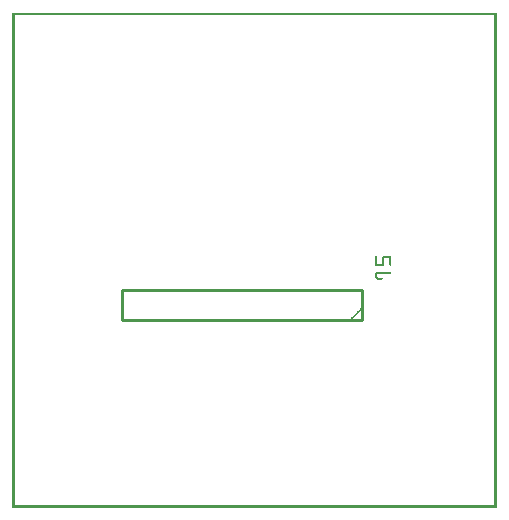
<source format=gbo>
G04 MADE WITH FRITZING*
G04 WWW.FRITZING.ORG*
G04 DOUBLE SIDED*
G04 HOLES PLATED*
G04 CONTOUR ON CENTER OF CONTOUR VECTOR*
%ASAXBY*%
%FSLAX23Y23*%
%MOIN*%
%OFA0B0*%
%SFA1.0B1.0*%
%ADD10C,0.010000*%
%ADD11R,0.001000X0.001000*%
%LNSILK0*%
G90*
G70*
G54D10*
X1165Y628D02*
X365Y628D01*
D02*
X365Y628D02*
X365Y728D01*
D02*
X365Y728D02*
X1165Y728D01*
D02*
X1165Y728D02*
X1165Y628D01*
G54D11*
X0Y1651D02*
X1614Y1651D01*
X0Y1650D02*
X1614Y1650D01*
X0Y1649D02*
X1614Y1649D01*
X0Y1648D02*
X1614Y1648D01*
X0Y1647D02*
X1614Y1647D01*
X0Y1646D02*
X1614Y1646D01*
X0Y1645D02*
X1614Y1645D01*
X0Y1644D02*
X1614Y1644D01*
X0Y1643D02*
X7Y1643D01*
X1607Y1643D02*
X1614Y1643D01*
X0Y1642D02*
X7Y1642D01*
X1607Y1642D02*
X1614Y1642D01*
X0Y1641D02*
X7Y1641D01*
X1607Y1641D02*
X1614Y1641D01*
X0Y1640D02*
X7Y1640D01*
X1607Y1640D02*
X1614Y1640D01*
X0Y1639D02*
X7Y1639D01*
X1607Y1639D02*
X1614Y1639D01*
X0Y1638D02*
X7Y1638D01*
X1607Y1638D02*
X1614Y1638D01*
X0Y1637D02*
X7Y1637D01*
X1607Y1637D02*
X1614Y1637D01*
X0Y1636D02*
X7Y1636D01*
X1607Y1636D02*
X1614Y1636D01*
X0Y1635D02*
X7Y1635D01*
X1607Y1635D02*
X1614Y1635D01*
X0Y1634D02*
X7Y1634D01*
X1607Y1634D02*
X1614Y1634D01*
X0Y1633D02*
X7Y1633D01*
X1607Y1633D02*
X1614Y1633D01*
X0Y1632D02*
X7Y1632D01*
X1607Y1632D02*
X1614Y1632D01*
X0Y1631D02*
X7Y1631D01*
X1607Y1631D02*
X1614Y1631D01*
X0Y1630D02*
X7Y1630D01*
X1607Y1630D02*
X1614Y1630D01*
X0Y1629D02*
X7Y1629D01*
X1607Y1629D02*
X1614Y1629D01*
X0Y1628D02*
X7Y1628D01*
X1607Y1628D02*
X1614Y1628D01*
X0Y1627D02*
X7Y1627D01*
X1607Y1627D02*
X1614Y1627D01*
X0Y1626D02*
X7Y1626D01*
X1607Y1626D02*
X1614Y1626D01*
X0Y1625D02*
X7Y1625D01*
X1607Y1625D02*
X1614Y1625D01*
X0Y1624D02*
X7Y1624D01*
X1607Y1624D02*
X1614Y1624D01*
X0Y1623D02*
X7Y1623D01*
X1607Y1623D02*
X1614Y1623D01*
X0Y1622D02*
X7Y1622D01*
X1607Y1622D02*
X1614Y1622D01*
X0Y1621D02*
X7Y1621D01*
X1607Y1621D02*
X1614Y1621D01*
X0Y1620D02*
X7Y1620D01*
X1607Y1620D02*
X1614Y1620D01*
X0Y1619D02*
X7Y1619D01*
X1607Y1619D02*
X1614Y1619D01*
X0Y1618D02*
X7Y1618D01*
X1607Y1618D02*
X1614Y1618D01*
X0Y1617D02*
X7Y1617D01*
X1607Y1617D02*
X1614Y1617D01*
X0Y1616D02*
X7Y1616D01*
X1607Y1616D02*
X1614Y1616D01*
X0Y1615D02*
X7Y1615D01*
X1607Y1615D02*
X1614Y1615D01*
X0Y1614D02*
X7Y1614D01*
X1607Y1614D02*
X1614Y1614D01*
X0Y1613D02*
X7Y1613D01*
X1607Y1613D02*
X1614Y1613D01*
X0Y1612D02*
X7Y1612D01*
X1607Y1612D02*
X1614Y1612D01*
X0Y1611D02*
X7Y1611D01*
X1607Y1611D02*
X1614Y1611D01*
X0Y1610D02*
X7Y1610D01*
X1607Y1610D02*
X1614Y1610D01*
X0Y1609D02*
X7Y1609D01*
X1607Y1609D02*
X1614Y1609D01*
X0Y1608D02*
X7Y1608D01*
X1607Y1608D02*
X1614Y1608D01*
X0Y1607D02*
X7Y1607D01*
X1607Y1607D02*
X1614Y1607D01*
X0Y1606D02*
X7Y1606D01*
X1607Y1606D02*
X1614Y1606D01*
X0Y1605D02*
X7Y1605D01*
X1607Y1605D02*
X1614Y1605D01*
X0Y1604D02*
X7Y1604D01*
X1607Y1604D02*
X1614Y1604D01*
X0Y1603D02*
X7Y1603D01*
X1607Y1603D02*
X1614Y1603D01*
X0Y1602D02*
X7Y1602D01*
X1607Y1602D02*
X1614Y1602D01*
X0Y1601D02*
X7Y1601D01*
X1607Y1601D02*
X1614Y1601D01*
X0Y1600D02*
X7Y1600D01*
X1607Y1600D02*
X1614Y1600D01*
X0Y1599D02*
X7Y1599D01*
X1607Y1599D02*
X1614Y1599D01*
X0Y1598D02*
X7Y1598D01*
X1607Y1598D02*
X1614Y1598D01*
X0Y1597D02*
X7Y1597D01*
X1607Y1597D02*
X1614Y1597D01*
X0Y1596D02*
X7Y1596D01*
X1607Y1596D02*
X1614Y1596D01*
X0Y1595D02*
X7Y1595D01*
X1607Y1595D02*
X1614Y1595D01*
X0Y1594D02*
X7Y1594D01*
X1607Y1594D02*
X1614Y1594D01*
X0Y1593D02*
X7Y1593D01*
X1607Y1593D02*
X1614Y1593D01*
X0Y1592D02*
X7Y1592D01*
X1607Y1592D02*
X1614Y1592D01*
X0Y1591D02*
X7Y1591D01*
X1607Y1591D02*
X1614Y1591D01*
X0Y1590D02*
X7Y1590D01*
X1607Y1590D02*
X1614Y1590D01*
X0Y1589D02*
X7Y1589D01*
X1607Y1589D02*
X1614Y1589D01*
X0Y1588D02*
X7Y1588D01*
X1607Y1588D02*
X1614Y1588D01*
X0Y1587D02*
X7Y1587D01*
X1607Y1587D02*
X1614Y1587D01*
X0Y1586D02*
X7Y1586D01*
X1607Y1586D02*
X1614Y1586D01*
X0Y1585D02*
X7Y1585D01*
X1607Y1585D02*
X1614Y1585D01*
X0Y1584D02*
X7Y1584D01*
X1607Y1584D02*
X1614Y1584D01*
X0Y1583D02*
X7Y1583D01*
X1607Y1583D02*
X1614Y1583D01*
X0Y1582D02*
X7Y1582D01*
X1607Y1582D02*
X1614Y1582D01*
X0Y1581D02*
X7Y1581D01*
X1607Y1581D02*
X1614Y1581D01*
X0Y1580D02*
X7Y1580D01*
X1607Y1580D02*
X1614Y1580D01*
X0Y1579D02*
X7Y1579D01*
X1607Y1579D02*
X1614Y1579D01*
X0Y1578D02*
X7Y1578D01*
X1607Y1578D02*
X1614Y1578D01*
X0Y1577D02*
X7Y1577D01*
X1607Y1577D02*
X1614Y1577D01*
X0Y1576D02*
X7Y1576D01*
X1607Y1576D02*
X1614Y1576D01*
X0Y1575D02*
X7Y1575D01*
X1607Y1575D02*
X1614Y1575D01*
X0Y1574D02*
X7Y1574D01*
X1607Y1574D02*
X1614Y1574D01*
X0Y1573D02*
X7Y1573D01*
X1607Y1573D02*
X1614Y1573D01*
X0Y1572D02*
X7Y1572D01*
X1607Y1572D02*
X1614Y1572D01*
X0Y1571D02*
X7Y1571D01*
X1607Y1571D02*
X1614Y1571D01*
X0Y1570D02*
X7Y1570D01*
X1607Y1570D02*
X1614Y1570D01*
X0Y1569D02*
X7Y1569D01*
X1607Y1569D02*
X1614Y1569D01*
X0Y1568D02*
X7Y1568D01*
X1607Y1568D02*
X1614Y1568D01*
X0Y1567D02*
X7Y1567D01*
X1607Y1567D02*
X1614Y1567D01*
X0Y1566D02*
X7Y1566D01*
X1607Y1566D02*
X1614Y1566D01*
X0Y1565D02*
X7Y1565D01*
X1607Y1565D02*
X1614Y1565D01*
X0Y1564D02*
X7Y1564D01*
X1607Y1564D02*
X1614Y1564D01*
X0Y1563D02*
X7Y1563D01*
X1607Y1563D02*
X1614Y1563D01*
X0Y1562D02*
X7Y1562D01*
X1607Y1562D02*
X1614Y1562D01*
X0Y1561D02*
X7Y1561D01*
X1607Y1561D02*
X1614Y1561D01*
X0Y1560D02*
X7Y1560D01*
X1607Y1560D02*
X1614Y1560D01*
X0Y1559D02*
X7Y1559D01*
X1607Y1559D02*
X1614Y1559D01*
X0Y1558D02*
X7Y1558D01*
X1607Y1558D02*
X1614Y1558D01*
X0Y1557D02*
X7Y1557D01*
X1607Y1557D02*
X1614Y1557D01*
X0Y1556D02*
X7Y1556D01*
X1607Y1556D02*
X1614Y1556D01*
X0Y1555D02*
X7Y1555D01*
X1607Y1555D02*
X1614Y1555D01*
X0Y1554D02*
X7Y1554D01*
X1607Y1554D02*
X1614Y1554D01*
X0Y1553D02*
X7Y1553D01*
X1607Y1553D02*
X1614Y1553D01*
X0Y1552D02*
X7Y1552D01*
X1607Y1552D02*
X1614Y1552D01*
X0Y1551D02*
X7Y1551D01*
X1607Y1551D02*
X1614Y1551D01*
X0Y1550D02*
X7Y1550D01*
X1607Y1550D02*
X1614Y1550D01*
X0Y1549D02*
X7Y1549D01*
X1607Y1549D02*
X1614Y1549D01*
X0Y1548D02*
X7Y1548D01*
X1607Y1548D02*
X1614Y1548D01*
X0Y1547D02*
X7Y1547D01*
X1607Y1547D02*
X1614Y1547D01*
X0Y1546D02*
X7Y1546D01*
X1607Y1546D02*
X1614Y1546D01*
X0Y1545D02*
X7Y1545D01*
X1607Y1545D02*
X1614Y1545D01*
X0Y1544D02*
X7Y1544D01*
X1607Y1544D02*
X1614Y1544D01*
X0Y1543D02*
X7Y1543D01*
X1607Y1543D02*
X1614Y1543D01*
X0Y1542D02*
X7Y1542D01*
X1607Y1542D02*
X1614Y1542D01*
X0Y1541D02*
X7Y1541D01*
X1607Y1541D02*
X1614Y1541D01*
X0Y1540D02*
X7Y1540D01*
X1607Y1540D02*
X1614Y1540D01*
X0Y1539D02*
X7Y1539D01*
X1607Y1539D02*
X1614Y1539D01*
X0Y1538D02*
X7Y1538D01*
X1607Y1538D02*
X1614Y1538D01*
X0Y1537D02*
X7Y1537D01*
X1607Y1537D02*
X1614Y1537D01*
X0Y1536D02*
X7Y1536D01*
X1607Y1536D02*
X1614Y1536D01*
X0Y1535D02*
X7Y1535D01*
X1607Y1535D02*
X1614Y1535D01*
X0Y1534D02*
X7Y1534D01*
X1607Y1534D02*
X1614Y1534D01*
X0Y1533D02*
X7Y1533D01*
X1607Y1533D02*
X1614Y1533D01*
X0Y1532D02*
X7Y1532D01*
X1607Y1532D02*
X1614Y1532D01*
X0Y1531D02*
X7Y1531D01*
X1607Y1531D02*
X1614Y1531D01*
X0Y1530D02*
X7Y1530D01*
X1607Y1530D02*
X1614Y1530D01*
X0Y1529D02*
X7Y1529D01*
X1607Y1529D02*
X1614Y1529D01*
X0Y1528D02*
X7Y1528D01*
X1607Y1528D02*
X1614Y1528D01*
X0Y1527D02*
X7Y1527D01*
X1607Y1527D02*
X1614Y1527D01*
X0Y1526D02*
X7Y1526D01*
X1607Y1526D02*
X1614Y1526D01*
X0Y1525D02*
X7Y1525D01*
X1607Y1525D02*
X1614Y1525D01*
X0Y1524D02*
X7Y1524D01*
X1607Y1524D02*
X1614Y1524D01*
X0Y1523D02*
X7Y1523D01*
X1607Y1523D02*
X1614Y1523D01*
X0Y1522D02*
X7Y1522D01*
X1607Y1522D02*
X1614Y1522D01*
X0Y1521D02*
X7Y1521D01*
X1607Y1521D02*
X1614Y1521D01*
X0Y1520D02*
X7Y1520D01*
X1607Y1520D02*
X1614Y1520D01*
X0Y1519D02*
X7Y1519D01*
X1607Y1519D02*
X1614Y1519D01*
X0Y1518D02*
X7Y1518D01*
X1607Y1518D02*
X1614Y1518D01*
X0Y1517D02*
X7Y1517D01*
X1607Y1517D02*
X1614Y1517D01*
X0Y1516D02*
X7Y1516D01*
X1607Y1516D02*
X1614Y1516D01*
X0Y1515D02*
X7Y1515D01*
X1607Y1515D02*
X1614Y1515D01*
X0Y1514D02*
X7Y1514D01*
X1607Y1514D02*
X1614Y1514D01*
X0Y1513D02*
X7Y1513D01*
X1607Y1513D02*
X1614Y1513D01*
X0Y1512D02*
X7Y1512D01*
X1607Y1512D02*
X1614Y1512D01*
X0Y1511D02*
X7Y1511D01*
X1607Y1511D02*
X1614Y1511D01*
X0Y1510D02*
X7Y1510D01*
X1607Y1510D02*
X1614Y1510D01*
X0Y1509D02*
X7Y1509D01*
X1607Y1509D02*
X1614Y1509D01*
X0Y1508D02*
X7Y1508D01*
X1607Y1508D02*
X1614Y1508D01*
X0Y1507D02*
X7Y1507D01*
X1607Y1507D02*
X1614Y1507D01*
X0Y1506D02*
X7Y1506D01*
X1607Y1506D02*
X1614Y1506D01*
X0Y1505D02*
X7Y1505D01*
X1607Y1505D02*
X1614Y1505D01*
X0Y1504D02*
X7Y1504D01*
X1607Y1504D02*
X1614Y1504D01*
X0Y1503D02*
X7Y1503D01*
X1607Y1503D02*
X1614Y1503D01*
X0Y1502D02*
X7Y1502D01*
X1607Y1502D02*
X1614Y1502D01*
X0Y1501D02*
X7Y1501D01*
X1607Y1501D02*
X1614Y1501D01*
X0Y1500D02*
X7Y1500D01*
X1607Y1500D02*
X1614Y1500D01*
X0Y1499D02*
X7Y1499D01*
X1607Y1499D02*
X1614Y1499D01*
X0Y1498D02*
X7Y1498D01*
X1607Y1498D02*
X1614Y1498D01*
X0Y1497D02*
X7Y1497D01*
X1607Y1497D02*
X1614Y1497D01*
X0Y1496D02*
X7Y1496D01*
X1607Y1496D02*
X1614Y1496D01*
X0Y1495D02*
X7Y1495D01*
X1607Y1495D02*
X1614Y1495D01*
X0Y1494D02*
X7Y1494D01*
X1607Y1494D02*
X1614Y1494D01*
X0Y1493D02*
X7Y1493D01*
X1607Y1493D02*
X1614Y1493D01*
X0Y1492D02*
X7Y1492D01*
X1607Y1492D02*
X1614Y1492D01*
X0Y1491D02*
X7Y1491D01*
X1607Y1491D02*
X1614Y1491D01*
X0Y1490D02*
X7Y1490D01*
X1607Y1490D02*
X1614Y1490D01*
X0Y1489D02*
X7Y1489D01*
X1607Y1489D02*
X1614Y1489D01*
X0Y1488D02*
X7Y1488D01*
X1607Y1488D02*
X1614Y1488D01*
X0Y1487D02*
X7Y1487D01*
X1607Y1487D02*
X1614Y1487D01*
X0Y1486D02*
X7Y1486D01*
X1607Y1486D02*
X1614Y1486D01*
X0Y1485D02*
X7Y1485D01*
X1607Y1485D02*
X1614Y1485D01*
X0Y1484D02*
X7Y1484D01*
X1607Y1484D02*
X1614Y1484D01*
X0Y1483D02*
X7Y1483D01*
X1607Y1483D02*
X1614Y1483D01*
X0Y1482D02*
X7Y1482D01*
X1607Y1482D02*
X1614Y1482D01*
X0Y1481D02*
X7Y1481D01*
X1607Y1481D02*
X1614Y1481D01*
X0Y1480D02*
X7Y1480D01*
X1607Y1480D02*
X1614Y1480D01*
X0Y1479D02*
X7Y1479D01*
X1607Y1479D02*
X1614Y1479D01*
X0Y1478D02*
X7Y1478D01*
X1607Y1478D02*
X1614Y1478D01*
X0Y1477D02*
X7Y1477D01*
X1607Y1477D02*
X1614Y1477D01*
X0Y1476D02*
X7Y1476D01*
X1607Y1476D02*
X1614Y1476D01*
X0Y1475D02*
X7Y1475D01*
X1607Y1475D02*
X1614Y1475D01*
X0Y1474D02*
X7Y1474D01*
X1607Y1474D02*
X1614Y1474D01*
X0Y1473D02*
X7Y1473D01*
X1607Y1473D02*
X1614Y1473D01*
X0Y1472D02*
X7Y1472D01*
X1607Y1472D02*
X1614Y1472D01*
X0Y1471D02*
X7Y1471D01*
X1607Y1471D02*
X1614Y1471D01*
X0Y1470D02*
X7Y1470D01*
X1607Y1470D02*
X1614Y1470D01*
X0Y1469D02*
X7Y1469D01*
X1607Y1469D02*
X1614Y1469D01*
X0Y1468D02*
X7Y1468D01*
X1607Y1468D02*
X1614Y1468D01*
X0Y1467D02*
X7Y1467D01*
X1607Y1467D02*
X1614Y1467D01*
X0Y1466D02*
X7Y1466D01*
X1607Y1466D02*
X1614Y1466D01*
X0Y1465D02*
X7Y1465D01*
X1607Y1465D02*
X1614Y1465D01*
X0Y1464D02*
X7Y1464D01*
X1607Y1464D02*
X1614Y1464D01*
X0Y1463D02*
X7Y1463D01*
X1607Y1463D02*
X1614Y1463D01*
X0Y1462D02*
X7Y1462D01*
X1607Y1462D02*
X1614Y1462D01*
X0Y1461D02*
X7Y1461D01*
X1607Y1461D02*
X1614Y1461D01*
X0Y1460D02*
X7Y1460D01*
X1607Y1460D02*
X1614Y1460D01*
X0Y1459D02*
X7Y1459D01*
X1607Y1459D02*
X1614Y1459D01*
X0Y1458D02*
X7Y1458D01*
X1607Y1458D02*
X1614Y1458D01*
X0Y1457D02*
X7Y1457D01*
X1607Y1457D02*
X1614Y1457D01*
X0Y1456D02*
X7Y1456D01*
X1607Y1456D02*
X1614Y1456D01*
X0Y1455D02*
X7Y1455D01*
X1607Y1455D02*
X1614Y1455D01*
X0Y1454D02*
X7Y1454D01*
X1607Y1454D02*
X1614Y1454D01*
X0Y1453D02*
X7Y1453D01*
X1607Y1453D02*
X1614Y1453D01*
X0Y1452D02*
X7Y1452D01*
X1607Y1452D02*
X1614Y1452D01*
X0Y1451D02*
X7Y1451D01*
X1607Y1451D02*
X1614Y1451D01*
X0Y1450D02*
X7Y1450D01*
X1607Y1450D02*
X1614Y1450D01*
X0Y1449D02*
X7Y1449D01*
X1607Y1449D02*
X1614Y1449D01*
X0Y1448D02*
X7Y1448D01*
X1607Y1448D02*
X1614Y1448D01*
X0Y1447D02*
X7Y1447D01*
X1607Y1447D02*
X1614Y1447D01*
X0Y1446D02*
X7Y1446D01*
X1607Y1446D02*
X1614Y1446D01*
X0Y1445D02*
X7Y1445D01*
X1607Y1445D02*
X1614Y1445D01*
X0Y1444D02*
X7Y1444D01*
X1607Y1444D02*
X1614Y1444D01*
X0Y1443D02*
X7Y1443D01*
X1607Y1443D02*
X1614Y1443D01*
X0Y1442D02*
X7Y1442D01*
X1607Y1442D02*
X1614Y1442D01*
X0Y1441D02*
X7Y1441D01*
X1607Y1441D02*
X1614Y1441D01*
X0Y1440D02*
X7Y1440D01*
X1607Y1440D02*
X1614Y1440D01*
X0Y1439D02*
X7Y1439D01*
X1607Y1439D02*
X1614Y1439D01*
X0Y1438D02*
X7Y1438D01*
X1607Y1438D02*
X1614Y1438D01*
X0Y1437D02*
X7Y1437D01*
X1607Y1437D02*
X1614Y1437D01*
X0Y1436D02*
X7Y1436D01*
X1607Y1436D02*
X1614Y1436D01*
X0Y1435D02*
X7Y1435D01*
X1607Y1435D02*
X1614Y1435D01*
X0Y1434D02*
X7Y1434D01*
X1607Y1434D02*
X1614Y1434D01*
X0Y1433D02*
X7Y1433D01*
X1607Y1433D02*
X1614Y1433D01*
X0Y1432D02*
X7Y1432D01*
X1607Y1432D02*
X1614Y1432D01*
X0Y1431D02*
X7Y1431D01*
X1607Y1431D02*
X1614Y1431D01*
X0Y1430D02*
X7Y1430D01*
X1607Y1430D02*
X1614Y1430D01*
X0Y1429D02*
X7Y1429D01*
X1607Y1429D02*
X1614Y1429D01*
X0Y1428D02*
X7Y1428D01*
X1607Y1428D02*
X1614Y1428D01*
X0Y1427D02*
X7Y1427D01*
X1607Y1427D02*
X1614Y1427D01*
X0Y1426D02*
X7Y1426D01*
X1607Y1426D02*
X1614Y1426D01*
X0Y1425D02*
X7Y1425D01*
X1607Y1425D02*
X1614Y1425D01*
X0Y1424D02*
X7Y1424D01*
X1607Y1424D02*
X1614Y1424D01*
X0Y1423D02*
X7Y1423D01*
X1607Y1423D02*
X1614Y1423D01*
X0Y1422D02*
X7Y1422D01*
X1607Y1422D02*
X1614Y1422D01*
X0Y1421D02*
X7Y1421D01*
X1607Y1421D02*
X1614Y1421D01*
X0Y1420D02*
X7Y1420D01*
X1607Y1420D02*
X1614Y1420D01*
X0Y1419D02*
X7Y1419D01*
X1607Y1419D02*
X1614Y1419D01*
X0Y1418D02*
X7Y1418D01*
X1607Y1418D02*
X1614Y1418D01*
X0Y1417D02*
X7Y1417D01*
X1607Y1417D02*
X1614Y1417D01*
X0Y1416D02*
X7Y1416D01*
X1607Y1416D02*
X1614Y1416D01*
X0Y1415D02*
X7Y1415D01*
X1607Y1415D02*
X1614Y1415D01*
X0Y1414D02*
X7Y1414D01*
X1607Y1414D02*
X1614Y1414D01*
X0Y1413D02*
X7Y1413D01*
X1607Y1413D02*
X1614Y1413D01*
X0Y1412D02*
X7Y1412D01*
X1607Y1412D02*
X1614Y1412D01*
X0Y1411D02*
X7Y1411D01*
X1607Y1411D02*
X1614Y1411D01*
X0Y1410D02*
X7Y1410D01*
X1607Y1410D02*
X1614Y1410D01*
X0Y1409D02*
X7Y1409D01*
X1607Y1409D02*
X1614Y1409D01*
X0Y1408D02*
X7Y1408D01*
X1607Y1408D02*
X1614Y1408D01*
X0Y1407D02*
X7Y1407D01*
X1607Y1407D02*
X1614Y1407D01*
X0Y1406D02*
X7Y1406D01*
X1607Y1406D02*
X1614Y1406D01*
X0Y1405D02*
X7Y1405D01*
X1607Y1405D02*
X1614Y1405D01*
X0Y1404D02*
X7Y1404D01*
X1607Y1404D02*
X1614Y1404D01*
X0Y1403D02*
X7Y1403D01*
X1607Y1403D02*
X1614Y1403D01*
X0Y1402D02*
X7Y1402D01*
X1607Y1402D02*
X1614Y1402D01*
X0Y1401D02*
X7Y1401D01*
X1607Y1401D02*
X1614Y1401D01*
X0Y1400D02*
X7Y1400D01*
X1607Y1400D02*
X1614Y1400D01*
X0Y1399D02*
X7Y1399D01*
X1607Y1399D02*
X1614Y1399D01*
X0Y1398D02*
X7Y1398D01*
X1607Y1398D02*
X1614Y1398D01*
X0Y1397D02*
X7Y1397D01*
X1607Y1397D02*
X1614Y1397D01*
X0Y1396D02*
X7Y1396D01*
X1607Y1396D02*
X1614Y1396D01*
X0Y1395D02*
X7Y1395D01*
X1607Y1395D02*
X1614Y1395D01*
X0Y1394D02*
X7Y1394D01*
X1607Y1394D02*
X1614Y1394D01*
X0Y1393D02*
X7Y1393D01*
X1607Y1393D02*
X1614Y1393D01*
X0Y1392D02*
X7Y1392D01*
X1607Y1392D02*
X1614Y1392D01*
X0Y1391D02*
X7Y1391D01*
X1607Y1391D02*
X1614Y1391D01*
X0Y1390D02*
X7Y1390D01*
X1607Y1390D02*
X1614Y1390D01*
X0Y1389D02*
X7Y1389D01*
X1607Y1389D02*
X1614Y1389D01*
X0Y1388D02*
X7Y1388D01*
X1607Y1388D02*
X1614Y1388D01*
X0Y1387D02*
X7Y1387D01*
X1607Y1387D02*
X1614Y1387D01*
X0Y1386D02*
X7Y1386D01*
X1607Y1386D02*
X1614Y1386D01*
X0Y1385D02*
X7Y1385D01*
X1607Y1385D02*
X1614Y1385D01*
X0Y1384D02*
X7Y1384D01*
X1607Y1384D02*
X1614Y1384D01*
X0Y1383D02*
X7Y1383D01*
X1607Y1383D02*
X1614Y1383D01*
X0Y1382D02*
X7Y1382D01*
X1607Y1382D02*
X1614Y1382D01*
X0Y1381D02*
X7Y1381D01*
X1607Y1381D02*
X1614Y1381D01*
X0Y1380D02*
X7Y1380D01*
X1607Y1380D02*
X1614Y1380D01*
X0Y1379D02*
X7Y1379D01*
X1607Y1379D02*
X1614Y1379D01*
X0Y1378D02*
X7Y1378D01*
X1607Y1378D02*
X1614Y1378D01*
X0Y1377D02*
X7Y1377D01*
X1607Y1377D02*
X1614Y1377D01*
X0Y1376D02*
X7Y1376D01*
X1607Y1376D02*
X1614Y1376D01*
X0Y1375D02*
X7Y1375D01*
X1607Y1375D02*
X1614Y1375D01*
X0Y1374D02*
X7Y1374D01*
X1607Y1374D02*
X1614Y1374D01*
X0Y1373D02*
X7Y1373D01*
X1607Y1373D02*
X1614Y1373D01*
X0Y1372D02*
X7Y1372D01*
X1607Y1372D02*
X1614Y1372D01*
X0Y1371D02*
X7Y1371D01*
X1607Y1371D02*
X1614Y1371D01*
X0Y1370D02*
X7Y1370D01*
X1607Y1370D02*
X1614Y1370D01*
X0Y1369D02*
X7Y1369D01*
X1607Y1369D02*
X1614Y1369D01*
X0Y1368D02*
X7Y1368D01*
X1607Y1368D02*
X1614Y1368D01*
X0Y1367D02*
X7Y1367D01*
X1607Y1367D02*
X1614Y1367D01*
X0Y1366D02*
X7Y1366D01*
X1607Y1366D02*
X1614Y1366D01*
X0Y1365D02*
X7Y1365D01*
X1607Y1365D02*
X1614Y1365D01*
X0Y1364D02*
X7Y1364D01*
X1607Y1364D02*
X1614Y1364D01*
X0Y1363D02*
X7Y1363D01*
X1607Y1363D02*
X1614Y1363D01*
X0Y1362D02*
X7Y1362D01*
X1607Y1362D02*
X1614Y1362D01*
X0Y1361D02*
X7Y1361D01*
X1607Y1361D02*
X1614Y1361D01*
X0Y1360D02*
X7Y1360D01*
X1607Y1360D02*
X1614Y1360D01*
X0Y1359D02*
X7Y1359D01*
X1607Y1359D02*
X1614Y1359D01*
X0Y1358D02*
X7Y1358D01*
X1607Y1358D02*
X1614Y1358D01*
X0Y1357D02*
X7Y1357D01*
X1607Y1357D02*
X1614Y1357D01*
X0Y1356D02*
X7Y1356D01*
X1607Y1356D02*
X1614Y1356D01*
X0Y1355D02*
X7Y1355D01*
X1607Y1355D02*
X1614Y1355D01*
X0Y1354D02*
X7Y1354D01*
X1607Y1354D02*
X1614Y1354D01*
X0Y1353D02*
X7Y1353D01*
X1607Y1353D02*
X1614Y1353D01*
X0Y1352D02*
X7Y1352D01*
X1607Y1352D02*
X1614Y1352D01*
X0Y1351D02*
X7Y1351D01*
X1607Y1351D02*
X1614Y1351D01*
X0Y1350D02*
X7Y1350D01*
X1607Y1350D02*
X1614Y1350D01*
X0Y1349D02*
X7Y1349D01*
X1607Y1349D02*
X1614Y1349D01*
X0Y1348D02*
X7Y1348D01*
X1607Y1348D02*
X1614Y1348D01*
X0Y1347D02*
X7Y1347D01*
X1607Y1347D02*
X1614Y1347D01*
X0Y1346D02*
X7Y1346D01*
X1607Y1346D02*
X1614Y1346D01*
X0Y1345D02*
X7Y1345D01*
X1607Y1345D02*
X1614Y1345D01*
X0Y1344D02*
X7Y1344D01*
X1607Y1344D02*
X1614Y1344D01*
X0Y1343D02*
X7Y1343D01*
X1607Y1343D02*
X1614Y1343D01*
X0Y1342D02*
X7Y1342D01*
X1607Y1342D02*
X1614Y1342D01*
X0Y1341D02*
X7Y1341D01*
X1607Y1341D02*
X1614Y1341D01*
X0Y1340D02*
X7Y1340D01*
X1607Y1340D02*
X1614Y1340D01*
X0Y1339D02*
X7Y1339D01*
X1607Y1339D02*
X1614Y1339D01*
X0Y1338D02*
X7Y1338D01*
X1607Y1338D02*
X1614Y1338D01*
X0Y1337D02*
X7Y1337D01*
X1607Y1337D02*
X1614Y1337D01*
X0Y1336D02*
X7Y1336D01*
X1607Y1336D02*
X1614Y1336D01*
X0Y1335D02*
X7Y1335D01*
X1607Y1335D02*
X1614Y1335D01*
X0Y1334D02*
X7Y1334D01*
X1607Y1334D02*
X1614Y1334D01*
X0Y1333D02*
X7Y1333D01*
X1607Y1333D02*
X1614Y1333D01*
X0Y1332D02*
X7Y1332D01*
X1607Y1332D02*
X1614Y1332D01*
X0Y1331D02*
X7Y1331D01*
X1607Y1331D02*
X1614Y1331D01*
X0Y1330D02*
X7Y1330D01*
X1607Y1330D02*
X1614Y1330D01*
X0Y1329D02*
X7Y1329D01*
X1607Y1329D02*
X1614Y1329D01*
X0Y1328D02*
X7Y1328D01*
X1607Y1328D02*
X1614Y1328D01*
X0Y1327D02*
X7Y1327D01*
X1607Y1327D02*
X1614Y1327D01*
X0Y1326D02*
X7Y1326D01*
X1607Y1326D02*
X1614Y1326D01*
X0Y1325D02*
X7Y1325D01*
X1607Y1325D02*
X1614Y1325D01*
X0Y1324D02*
X7Y1324D01*
X1607Y1324D02*
X1614Y1324D01*
X0Y1323D02*
X7Y1323D01*
X1607Y1323D02*
X1614Y1323D01*
X0Y1322D02*
X7Y1322D01*
X1607Y1322D02*
X1614Y1322D01*
X0Y1321D02*
X7Y1321D01*
X1607Y1321D02*
X1614Y1321D01*
X0Y1320D02*
X7Y1320D01*
X1607Y1320D02*
X1614Y1320D01*
X0Y1319D02*
X7Y1319D01*
X1607Y1319D02*
X1614Y1319D01*
X0Y1318D02*
X7Y1318D01*
X1607Y1318D02*
X1614Y1318D01*
X0Y1317D02*
X7Y1317D01*
X1607Y1317D02*
X1614Y1317D01*
X0Y1316D02*
X7Y1316D01*
X1607Y1316D02*
X1614Y1316D01*
X0Y1315D02*
X7Y1315D01*
X1607Y1315D02*
X1614Y1315D01*
X0Y1314D02*
X7Y1314D01*
X1607Y1314D02*
X1614Y1314D01*
X0Y1313D02*
X7Y1313D01*
X1607Y1313D02*
X1614Y1313D01*
X0Y1312D02*
X7Y1312D01*
X1607Y1312D02*
X1614Y1312D01*
X0Y1311D02*
X7Y1311D01*
X1607Y1311D02*
X1614Y1311D01*
X0Y1310D02*
X7Y1310D01*
X1607Y1310D02*
X1614Y1310D01*
X0Y1309D02*
X7Y1309D01*
X1607Y1309D02*
X1614Y1309D01*
X0Y1308D02*
X7Y1308D01*
X1607Y1308D02*
X1614Y1308D01*
X0Y1307D02*
X7Y1307D01*
X1607Y1307D02*
X1614Y1307D01*
X0Y1306D02*
X7Y1306D01*
X1607Y1306D02*
X1614Y1306D01*
X0Y1305D02*
X7Y1305D01*
X1607Y1305D02*
X1614Y1305D01*
X0Y1304D02*
X7Y1304D01*
X1607Y1304D02*
X1614Y1304D01*
X0Y1303D02*
X7Y1303D01*
X1607Y1303D02*
X1614Y1303D01*
X0Y1302D02*
X7Y1302D01*
X1607Y1302D02*
X1614Y1302D01*
X0Y1301D02*
X7Y1301D01*
X1607Y1301D02*
X1614Y1301D01*
X0Y1300D02*
X7Y1300D01*
X1607Y1300D02*
X1614Y1300D01*
X0Y1299D02*
X7Y1299D01*
X1607Y1299D02*
X1614Y1299D01*
X0Y1298D02*
X7Y1298D01*
X1607Y1298D02*
X1614Y1298D01*
X0Y1297D02*
X7Y1297D01*
X1607Y1297D02*
X1614Y1297D01*
X0Y1296D02*
X7Y1296D01*
X1607Y1296D02*
X1614Y1296D01*
X0Y1295D02*
X7Y1295D01*
X1607Y1295D02*
X1614Y1295D01*
X0Y1294D02*
X7Y1294D01*
X1607Y1294D02*
X1614Y1294D01*
X0Y1293D02*
X7Y1293D01*
X1607Y1293D02*
X1614Y1293D01*
X0Y1292D02*
X7Y1292D01*
X1607Y1292D02*
X1614Y1292D01*
X0Y1291D02*
X7Y1291D01*
X1607Y1291D02*
X1614Y1291D01*
X0Y1290D02*
X7Y1290D01*
X1607Y1290D02*
X1614Y1290D01*
X0Y1289D02*
X7Y1289D01*
X1607Y1289D02*
X1614Y1289D01*
X0Y1288D02*
X7Y1288D01*
X1607Y1288D02*
X1614Y1288D01*
X0Y1287D02*
X7Y1287D01*
X1607Y1287D02*
X1614Y1287D01*
X0Y1286D02*
X7Y1286D01*
X1607Y1286D02*
X1614Y1286D01*
X0Y1285D02*
X7Y1285D01*
X1607Y1285D02*
X1614Y1285D01*
X0Y1284D02*
X7Y1284D01*
X1607Y1284D02*
X1614Y1284D01*
X0Y1283D02*
X7Y1283D01*
X1607Y1283D02*
X1614Y1283D01*
X0Y1282D02*
X7Y1282D01*
X1607Y1282D02*
X1614Y1282D01*
X0Y1281D02*
X7Y1281D01*
X1607Y1281D02*
X1614Y1281D01*
X0Y1280D02*
X7Y1280D01*
X1607Y1280D02*
X1614Y1280D01*
X0Y1279D02*
X7Y1279D01*
X1607Y1279D02*
X1614Y1279D01*
X0Y1278D02*
X7Y1278D01*
X1607Y1278D02*
X1614Y1278D01*
X0Y1277D02*
X7Y1277D01*
X1607Y1277D02*
X1614Y1277D01*
X0Y1276D02*
X7Y1276D01*
X1607Y1276D02*
X1614Y1276D01*
X0Y1275D02*
X7Y1275D01*
X1607Y1275D02*
X1614Y1275D01*
X0Y1274D02*
X7Y1274D01*
X1607Y1274D02*
X1614Y1274D01*
X0Y1273D02*
X7Y1273D01*
X1607Y1273D02*
X1614Y1273D01*
X0Y1272D02*
X7Y1272D01*
X1607Y1272D02*
X1614Y1272D01*
X0Y1271D02*
X7Y1271D01*
X1607Y1271D02*
X1614Y1271D01*
X0Y1270D02*
X7Y1270D01*
X1607Y1270D02*
X1614Y1270D01*
X0Y1269D02*
X7Y1269D01*
X1607Y1269D02*
X1614Y1269D01*
X0Y1268D02*
X7Y1268D01*
X1607Y1268D02*
X1614Y1268D01*
X0Y1267D02*
X7Y1267D01*
X1607Y1267D02*
X1614Y1267D01*
X0Y1266D02*
X7Y1266D01*
X1607Y1266D02*
X1614Y1266D01*
X0Y1265D02*
X7Y1265D01*
X1607Y1265D02*
X1614Y1265D01*
X0Y1264D02*
X7Y1264D01*
X1607Y1264D02*
X1614Y1264D01*
X0Y1263D02*
X7Y1263D01*
X1607Y1263D02*
X1614Y1263D01*
X0Y1262D02*
X7Y1262D01*
X1607Y1262D02*
X1614Y1262D01*
X0Y1261D02*
X7Y1261D01*
X1607Y1261D02*
X1614Y1261D01*
X0Y1260D02*
X7Y1260D01*
X1607Y1260D02*
X1614Y1260D01*
X0Y1259D02*
X7Y1259D01*
X1607Y1259D02*
X1614Y1259D01*
X0Y1258D02*
X7Y1258D01*
X1607Y1258D02*
X1614Y1258D01*
X0Y1257D02*
X7Y1257D01*
X1607Y1257D02*
X1614Y1257D01*
X0Y1256D02*
X7Y1256D01*
X1607Y1256D02*
X1614Y1256D01*
X0Y1255D02*
X7Y1255D01*
X1607Y1255D02*
X1614Y1255D01*
X0Y1254D02*
X7Y1254D01*
X1607Y1254D02*
X1614Y1254D01*
X0Y1253D02*
X7Y1253D01*
X1607Y1253D02*
X1614Y1253D01*
X0Y1252D02*
X7Y1252D01*
X1607Y1252D02*
X1614Y1252D01*
X0Y1251D02*
X7Y1251D01*
X1607Y1251D02*
X1614Y1251D01*
X0Y1250D02*
X7Y1250D01*
X1607Y1250D02*
X1614Y1250D01*
X0Y1249D02*
X7Y1249D01*
X1607Y1249D02*
X1614Y1249D01*
X0Y1248D02*
X7Y1248D01*
X1607Y1248D02*
X1614Y1248D01*
X0Y1247D02*
X7Y1247D01*
X1607Y1247D02*
X1614Y1247D01*
X0Y1246D02*
X7Y1246D01*
X1607Y1246D02*
X1614Y1246D01*
X0Y1245D02*
X7Y1245D01*
X1607Y1245D02*
X1614Y1245D01*
X0Y1244D02*
X7Y1244D01*
X1607Y1244D02*
X1614Y1244D01*
X0Y1243D02*
X7Y1243D01*
X1607Y1243D02*
X1614Y1243D01*
X0Y1242D02*
X7Y1242D01*
X1607Y1242D02*
X1614Y1242D01*
X0Y1241D02*
X7Y1241D01*
X1607Y1241D02*
X1614Y1241D01*
X0Y1240D02*
X7Y1240D01*
X1607Y1240D02*
X1614Y1240D01*
X0Y1239D02*
X7Y1239D01*
X1607Y1239D02*
X1614Y1239D01*
X0Y1238D02*
X7Y1238D01*
X1607Y1238D02*
X1614Y1238D01*
X0Y1237D02*
X7Y1237D01*
X1607Y1237D02*
X1614Y1237D01*
X0Y1236D02*
X7Y1236D01*
X1607Y1236D02*
X1614Y1236D01*
X0Y1235D02*
X7Y1235D01*
X1607Y1235D02*
X1614Y1235D01*
X0Y1234D02*
X7Y1234D01*
X1607Y1234D02*
X1614Y1234D01*
X0Y1233D02*
X7Y1233D01*
X1607Y1233D02*
X1614Y1233D01*
X0Y1232D02*
X7Y1232D01*
X1607Y1232D02*
X1614Y1232D01*
X0Y1231D02*
X7Y1231D01*
X1607Y1231D02*
X1614Y1231D01*
X0Y1230D02*
X7Y1230D01*
X1607Y1230D02*
X1614Y1230D01*
X0Y1229D02*
X7Y1229D01*
X1607Y1229D02*
X1614Y1229D01*
X0Y1228D02*
X7Y1228D01*
X1607Y1228D02*
X1614Y1228D01*
X0Y1227D02*
X7Y1227D01*
X1607Y1227D02*
X1614Y1227D01*
X0Y1226D02*
X7Y1226D01*
X1607Y1226D02*
X1614Y1226D01*
X0Y1225D02*
X7Y1225D01*
X1607Y1225D02*
X1614Y1225D01*
X0Y1224D02*
X7Y1224D01*
X1607Y1224D02*
X1614Y1224D01*
X0Y1223D02*
X7Y1223D01*
X1607Y1223D02*
X1614Y1223D01*
X0Y1222D02*
X7Y1222D01*
X1607Y1222D02*
X1614Y1222D01*
X0Y1221D02*
X7Y1221D01*
X1607Y1221D02*
X1614Y1221D01*
X0Y1220D02*
X7Y1220D01*
X1607Y1220D02*
X1614Y1220D01*
X0Y1219D02*
X7Y1219D01*
X1607Y1219D02*
X1614Y1219D01*
X0Y1218D02*
X7Y1218D01*
X1607Y1218D02*
X1614Y1218D01*
X0Y1217D02*
X7Y1217D01*
X1607Y1217D02*
X1614Y1217D01*
X0Y1216D02*
X7Y1216D01*
X1607Y1216D02*
X1614Y1216D01*
X0Y1215D02*
X7Y1215D01*
X1607Y1215D02*
X1614Y1215D01*
X0Y1214D02*
X7Y1214D01*
X1607Y1214D02*
X1614Y1214D01*
X0Y1213D02*
X7Y1213D01*
X1607Y1213D02*
X1614Y1213D01*
X0Y1212D02*
X7Y1212D01*
X1607Y1212D02*
X1614Y1212D01*
X0Y1211D02*
X7Y1211D01*
X1607Y1211D02*
X1614Y1211D01*
X0Y1210D02*
X7Y1210D01*
X1607Y1210D02*
X1614Y1210D01*
X0Y1209D02*
X7Y1209D01*
X1607Y1209D02*
X1614Y1209D01*
X0Y1208D02*
X7Y1208D01*
X1607Y1208D02*
X1614Y1208D01*
X0Y1207D02*
X7Y1207D01*
X1607Y1207D02*
X1614Y1207D01*
X0Y1206D02*
X7Y1206D01*
X1607Y1206D02*
X1614Y1206D01*
X0Y1205D02*
X7Y1205D01*
X1607Y1205D02*
X1614Y1205D01*
X0Y1204D02*
X7Y1204D01*
X1607Y1204D02*
X1614Y1204D01*
X0Y1203D02*
X7Y1203D01*
X1607Y1203D02*
X1614Y1203D01*
X0Y1202D02*
X7Y1202D01*
X1607Y1202D02*
X1614Y1202D01*
X0Y1201D02*
X7Y1201D01*
X1607Y1201D02*
X1614Y1201D01*
X0Y1200D02*
X7Y1200D01*
X1607Y1200D02*
X1614Y1200D01*
X0Y1199D02*
X7Y1199D01*
X1607Y1199D02*
X1614Y1199D01*
X0Y1198D02*
X7Y1198D01*
X1607Y1198D02*
X1614Y1198D01*
X0Y1197D02*
X7Y1197D01*
X1607Y1197D02*
X1614Y1197D01*
X0Y1196D02*
X7Y1196D01*
X1607Y1196D02*
X1614Y1196D01*
X0Y1195D02*
X7Y1195D01*
X1607Y1195D02*
X1614Y1195D01*
X0Y1194D02*
X7Y1194D01*
X1607Y1194D02*
X1614Y1194D01*
X0Y1193D02*
X7Y1193D01*
X1607Y1193D02*
X1614Y1193D01*
X0Y1192D02*
X7Y1192D01*
X1607Y1192D02*
X1614Y1192D01*
X0Y1191D02*
X7Y1191D01*
X1607Y1191D02*
X1614Y1191D01*
X0Y1190D02*
X7Y1190D01*
X1607Y1190D02*
X1614Y1190D01*
X0Y1189D02*
X7Y1189D01*
X1607Y1189D02*
X1614Y1189D01*
X0Y1188D02*
X7Y1188D01*
X1607Y1188D02*
X1614Y1188D01*
X0Y1187D02*
X7Y1187D01*
X1607Y1187D02*
X1614Y1187D01*
X0Y1186D02*
X7Y1186D01*
X1607Y1186D02*
X1614Y1186D01*
X0Y1185D02*
X7Y1185D01*
X1607Y1185D02*
X1614Y1185D01*
X0Y1184D02*
X7Y1184D01*
X1607Y1184D02*
X1614Y1184D01*
X0Y1183D02*
X7Y1183D01*
X1607Y1183D02*
X1614Y1183D01*
X0Y1182D02*
X7Y1182D01*
X1607Y1182D02*
X1614Y1182D01*
X0Y1181D02*
X7Y1181D01*
X1607Y1181D02*
X1614Y1181D01*
X0Y1180D02*
X7Y1180D01*
X1607Y1180D02*
X1614Y1180D01*
X0Y1179D02*
X7Y1179D01*
X1607Y1179D02*
X1614Y1179D01*
X0Y1178D02*
X7Y1178D01*
X1607Y1178D02*
X1614Y1178D01*
X0Y1177D02*
X7Y1177D01*
X1607Y1177D02*
X1614Y1177D01*
X0Y1176D02*
X7Y1176D01*
X1607Y1176D02*
X1614Y1176D01*
X0Y1175D02*
X7Y1175D01*
X1607Y1175D02*
X1614Y1175D01*
X0Y1174D02*
X7Y1174D01*
X1607Y1174D02*
X1614Y1174D01*
X0Y1173D02*
X7Y1173D01*
X1607Y1173D02*
X1614Y1173D01*
X0Y1172D02*
X7Y1172D01*
X1607Y1172D02*
X1614Y1172D01*
X0Y1171D02*
X7Y1171D01*
X1607Y1171D02*
X1614Y1171D01*
X0Y1170D02*
X7Y1170D01*
X1607Y1170D02*
X1614Y1170D01*
X0Y1169D02*
X7Y1169D01*
X1607Y1169D02*
X1614Y1169D01*
X0Y1168D02*
X7Y1168D01*
X1607Y1168D02*
X1614Y1168D01*
X0Y1167D02*
X7Y1167D01*
X1607Y1167D02*
X1614Y1167D01*
X0Y1166D02*
X7Y1166D01*
X1607Y1166D02*
X1614Y1166D01*
X0Y1165D02*
X7Y1165D01*
X1607Y1165D02*
X1614Y1165D01*
X0Y1164D02*
X7Y1164D01*
X1607Y1164D02*
X1614Y1164D01*
X0Y1163D02*
X7Y1163D01*
X1607Y1163D02*
X1614Y1163D01*
X0Y1162D02*
X7Y1162D01*
X1607Y1162D02*
X1614Y1162D01*
X0Y1161D02*
X7Y1161D01*
X1607Y1161D02*
X1614Y1161D01*
X0Y1160D02*
X7Y1160D01*
X1607Y1160D02*
X1614Y1160D01*
X0Y1159D02*
X7Y1159D01*
X1607Y1159D02*
X1614Y1159D01*
X0Y1158D02*
X7Y1158D01*
X1607Y1158D02*
X1614Y1158D01*
X0Y1157D02*
X7Y1157D01*
X1607Y1157D02*
X1614Y1157D01*
X0Y1156D02*
X7Y1156D01*
X1607Y1156D02*
X1614Y1156D01*
X0Y1155D02*
X7Y1155D01*
X1607Y1155D02*
X1614Y1155D01*
X0Y1154D02*
X7Y1154D01*
X1607Y1154D02*
X1614Y1154D01*
X0Y1153D02*
X7Y1153D01*
X1607Y1153D02*
X1614Y1153D01*
X0Y1152D02*
X7Y1152D01*
X1607Y1152D02*
X1614Y1152D01*
X0Y1151D02*
X7Y1151D01*
X1607Y1151D02*
X1614Y1151D01*
X0Y1150D02*
X7Y1150D01*
X1607Y1150D02*
X1614Y1150D01*
X0Y1149D02*
X7Y1149D01*
X1607Y1149D02*
X1614Y1149D01*
X0Y1148D02*
X7Y1148D01*
X1607Y1148D02*
X1614Y1148D01*
X0Y1147D02*
X7Y1147D01*
X1607Y1147D02*
X1614Y1147D01*
X0Y1146D02*
X7Y1146D01*
X1607Y1146D02*
X1614Y1146D01*
X0Y1145D02*
X7Y1145D01*
X1607Y1145D02*
X1614Y1145D01*
X0Y1144D02*
X7Y1144D01*
X1607Y1144D02*
X1614Y1144D01*
X0Y1143D02*
X7Y1143D01*
X1607Y1143D02*
X1614Y1143D01*
X0Y1142D02*
X7Y1142D01*
X1607Y1142D02*
X1614Y1142D01*
X0Y1141D02*
X7Y1141D01*
X1607Y1141D02*
X1614Y1141D01*
X0Y1140D02*
X7Y1140D01*
X1607Y1140D02*
X1614Y1140D01*
X0Y1139D02*
X7Y1139D01*
X1607Y1139D02*
X1614Y1139D01*
X0Y1138D02*
X7Y1138D01*
X1607Y1138D02*
X1614Y1138D01*
X0Y1137D02*
X7Y1137D01*
X1607Y1137D02*
X1614Y1137D01*
X0Y1136D02*
X7Y1136D01*
X1607Y1136D02*
X1614Y1136D01*
X0Y1135D02*
X7Y1135D01*
X1607Y1135D02*
X1614Y1135D01*
X0Y1134D02*
X7Y1134D01*
X1607Y1134D02*
X1614Y1134D01*
X0Y1133D02*
X7Y1133D01*
X1607Y1133D02*
X1614Y1133D01*
X0Y1132D02*
X7Y1132D01*
X1607Y1132D02*
X1614Y1132D01*
X0Y1131D02*
X7Y1131D01*
X1607Y1131D02*
X1614Y1131D01*
X0Y1130D02*
X7Y1130D01*
X1607Y1130D02*
X1614Y1130D01*
X0Y1129D02*
X7Y1129D01*
X1607Y1129D02*
X1614Y1129D01*
X0Y1128D02*
X7Y1128D01*
X1607Y1128D02*
X1614Y1128D01*
X0Y1127D02*
X7Y1127D01*
X1607Y1127D02*
X1614Y1127D01*
X0Y1126D02*
X7Y1126D01*
X1607Y1126D02*
X1614Y1126D01*
X0Y1125D02*
X7Y1125D01*
X1607Y1125D02*
X1614Y1125D01*
X0Y1124D02*
X7Y1124D01*
X1607Y1124D02*
X1614Y1124D01*
X0Y1123D02*
X7Y1123D01*
X1607Y1123D02*
X1614Y1123D01*
X0Y1122D02*
X7Y1122D01*
X1607Y1122D02*
X1614Y1122D01*
X0Y1121D02*
X7Y1121D01*
X1607Y1121D02*
X1614Y1121D01*
X0Y1120D02*
X7Y1120D01*
X1607Y1120D02*
X1614Y1120D01*
X0Y1119D02*
X7Y1119D01*
X1607Y1119D02*
X1614Y1119D01*
X0Y1118D02*
X7Y1118D01*
X1607Y1118D02*
X1614Y1118D01*
X0Y1117D02*
X7Y1117D01*
X1607Y1117D02*
X1614Y1117D01*
X0Y1116D02*
X7Y1116D01*
X1607Y1116D02*
X1614Y1116D01*
X0Y1115D02*
X7Y1115D01*
X1607Y1115D02*
X1614Y1115D01*
X0Y1114D02*
X7Y1114D01*
X1607Y1114D02*
X1614Y1114D01*
X0Y1113D02*
X7Y1113D01*
X1607Y1113D02*
X1614Y1113D01*
X0Y1112D02*
X7Y1112D01*
X1607Y1112D02*
X1614Y1112D01*
X0Y1111D02*
X7Y1111D01*
X1607Y1111D02*
X1614Y1111D01*
X0Y1110D02*
X7Y1110D01*
X1607Y1110D02*
X1614Y1110D01*
X0Y1109D02*
X7Y1109D01*
X1607Y1109D02*
X1614Y1109D01*
X0Y1108D02*
X7Y1108D01*
X1607Y1108D02*
X1614Y1108D01*
X0Y1107D02*
X7Y1107D01*
X1607Y1107D02*
X1614Y1107D01*
X0Y1106D02*
X7Y1106D01*
X1607Y1106D02*
X1614Y1106D01*
X0Y1105D02*
X7Y1105D01*
X1607Y1105D02*
X1614Y1105D01*
X0Y1104D02*
X7Y1104D01*
X1607Y1104D02*
X1614Y1104D01*
X0Y1103D02*
X7Y1103D01*
X1607Y1103D02*
X1614Y1103D01*
X0Y1102D02*
X7Y1102D01*
X1607Y1102D02*
X1614Y1102D01*
X0Y1101D02*
X7Y1101D01*
X1607Y1101D02*
X1614Y1101D01*
X0Y1100D02*
X7Y1100D01*
X1607Y1100D02*
X1614Y1100D01*
X0Y1099D02*
X7Y1099D01*
X1607Y1099D02*
X1614Y1099D01*
X0Y1098D02*
X7Y1098D01*
X1607Y1098D02*
X1614Y1098D01*
X0Y1097D02*
X7Y1097D01*
X1607Y1097D02*
X1614Y1097D01*
X0Y1096D02*
X7Y1096D01*
X1607Y1096D02*
X1614Y1096D01*
X0Y1095D02*
X7Y1095D01*
X1607Y1095D02*
X1614Y1095D01*
X0Y1094D02*
X7Y1094D01*
X1607Y1094D02*
X1614Y1094D01*
X0Y1093D02*
X7Y1093D01*
X1607Y1093D02*
X1614Y1093D01*
X0Y1092D02*
X7Y1092D01*
X1607Y1092D02*
X1614Y1092D01*
X0Y1091D02*
X7Y1091D01*
X1607Y1091D02*
X1614Y1091D01*
X0Y1090D02*
X7Y1090D01*
X1607Y1090D02*
X1614Y1090D01*
X0Y1089D02*
X7Y1089D01*
X1607Y1089D02*
X1614Y1089D01*
X0Y1088D02*
X7Y1088D01*
X1607Y1088D02*
X1614Y1088D01*
X0Y1087D02*
X7Y1087D01*
X1607Y1087D02*
X1614Y1087D01*
X0Y1086D02*
X7Y1086D01*
X1607Y1086D02*
X1614Y1086D01*
X0Y1085D02*
X7Y1085D01*
X1607Y1085D02*
X1614Y1085D01*
X0Y1084D02*
X7Y1084D01*
X1607Y1084D02*
X1614Y1084D01*
X0Y1083D02*
X7Y1083D01*
X1607Y1083D02*
X1614Y1083D01*
X0Y1082D02*
X7Y1082D01*
X1607Y1082D02*
X1614Y1082D01*
X0Y1081D02*
X7Y1081D01*
X1607Y1081D02*
X1614Y1081D01*
X0Y1080D02*
X7Y1080D01*
X1607Y1080D02*
X1614Y1080D01*
X0Y1079D02*
X7Y1079D01*
X1607Y1079D02*
X1614Y1079D01*
X0Y1078D02*
X7Y1078D01*
X1607Y1078D02*
X1614Y1078D01*
X0Y1077D02*
X7Y1077D01*
X1607Y1077D02*
X1614Y1077D01*
X0Y1076D02*
X7Y1076D01*
X1607Y1076D02*
X1614Y1076D01*
X0Y1075D02*
X7Y1075D01*
X1607Y1075D02*
X1614Y1075D01*
X0Y1074D02*
X7Y1074D01*
X1607Y1074D02*
X1614Y1074D01*
X0Y1073D02*
X7Y1073D01*
X1607Y1073D02*
X1614Y1073D01*
X0Y1072D02*
X7Y1072D01*
X1607Y1072D02*
X1614Y1072D01*
X0Y1071D02*
X7Y1071D01*
X1607Y1071D02*
X1614Y1071D01*
X0Y1070D02*
X7Y1070D01*
X1607Y1070D02*
X1614Y1070D01*
X0Y1069D02*
X7Y1069D01*
X1607Y1069D02*
X1614Y1069D01*
X0Y1068D02*
X7Y1068D01*
X1607Y1068D02*
X1614Y1068D01*
X0Y1067D02*
X7Y1067D01*
X1607Y1067D02*
X1614Y1067D01*
X0Y1066D02*
X7Y1066D01*
X1607Y1066D02*
X1614Y1066D01*
X0Y1065D02*
X7Y1065D01*
X1607Y1065D02*
X1614Y1065D01*
X0Y1064D02*
X7Y1064D01*
X1607Y1064D02*
X1614Y1064D01*
X0Y1063D02*
X7Y1063D01*
X1607Y1063D02*
X1614Y1063D01*
X0Y1062D02*
X7Y1062D01*
X1607Y1062D02*
X1614Y1062D01*
X0Y1061D02*
X7Y1061D01*
X1607Y1061D02*
X1614Y1061D01*
X0Y1060D02*
X7Y1060D01*
X1607Y1060D02*
X1614Y1060D01*
X0Y1059D02*
X7Y1059D01*
X1607Y1059D02*
X1614Y1059D01*
X0Y1058D02*
X7Y1058D01*
X1607Y1058D02*
X1614Y1058D01*
X0Y1057D02*
X7Y1057D01*
X1607Y1057D02*
X1614Y1057D01*
X0Y1056D02*
X7Y1056D01*
X1607Y1056D02*
X1614Y1056D01*
X0Y1055D02*
X7Y1055D01*
X1607Y1055D02*
X1614Y1055D01*
X0Y1054D02*
X7Y1054D01*
X1607Y1054D02*
X1614Y1054D01*
X0Y1053D02*
X7Y1053D01*
X1607Y1053D02*
X1614Y1053D01*
X0Y1052D02*
X7Y1052D01*
X1607Y1052D02*
X1614Y1052D01*
X0Y1051D02*
X7Y1051D01*
X1607Y1051D02*
X1614Y1051D01*
X0Y1050D02*
X7Y1050D01*
X1607Y1050D02*
X1614Y1050D01*
X0Y1049D02*
X7Y1049D01*
X1607Y1049D02*
X1614Y1049D01*
X0Y1048D02*
X7Y1048D01*
X1607Y1048D02*
X1614Y1048D01*
X0Y1047D02*
X7Y1047D01*
X1607Y1047D02*
X1614Y1047D01*
X0Y1046D02*
X7Y1046D01*
X1607Y1046D02*
X1614Y1046D01*
X0Y1045D02*
X7Y1045D01*
X1607Y1045D02*
X1614Y1045D01*
X0Y1044D02*
X7Y1044D01*
X1607Y1044D02*
X1614Y1044D01*
X0Y1043D02*
X7Y1043D01*
X1607Y1043D02*
X1614Y1043D01*
X0Y1042D02*
X7Y1042D01*
X1607Y1042D02*
X1614Y1042D01*
X0Y1041D02*
X7Y1041D01*
X1607Y1041D02*
X1614Y1041D01*
X0Y1040D02*
X7Y1040D01*
X1607Y1040D02*
X1614Y1040D01*
X0Y1039D02*
X7Y1039D01*
X1607Y1039D02*
X1614Y1039D01*
X0Y1038D02*
X7Y1038D01*
X1607Y1038D02*
X1614Y1038D01*
X0Y1037D02*
X7Y1037D01*
X1607Y1037D02*
X1614Y1037D01*
X0Y1036D02*
X7Y1036D01*
X1607Y1036D02*
X1614Y1036D01*
X0Y1035D02*
X7Y1035D01*
X1607Y1035D02*
X1614Y1035D01*
X0Y1034D02*
X7Y1034D01*
X1607Y1034D02*
X1614Y1034D01*
X0Y1033D02*
X7Y1033D01*
X1607Y1033D02*
X1614Y1033D01*
X0Y1032D02*
X7Y1032D01*
X1607Y1032D02*
X1614Y1032D01*
X0Y1031D02*
X7Y1031D01*
X1607Y1031D02*
X1614Y1031D01*
X0Y1030D02*
X7Y1030D01*
X1607Y1030D02*
X1614Y1030D01*
X0Y1029D02*
X7Y1029D01*
X1607Y1029D02*
X1614Y1029D01*
X0Y1028D02*
X7Y1028D01*
X1607Y1028D02*
X1614Y1028D01*
X0Y1027D02*
X7Y1027D01*
X1607Y1027D02*
X1614Y1027D01*
X0Y1026D02*
X7Y1026D01*
X1607Y1026D02*
X1614Y1026D01*
X0Y1025D02*
X7Y1025D01*
X1607Y1025D02*
X1614Y1025D01*
X0Y1024D02*
X7Y1024D01*
X1607Y1024D02*
X1614Y1024D01*
X0Y1023D02*
X7Y1023D01*
X1607Y1023D02*
X1614Y1023D01*
X0Y1022D02*
X7Y1022D01*
X1607Y1022D02*
X1614Y1022D01*
X0Y1021D02*
X7Y1021D01*
X1607Y1021D02*
X1614Y1021D01*
X0Y1020D02*
X7Y1020D01*
X1607Y1020D02*
X1614Y1020D01*
X0Y1019D02*
X7Y1019D01*
X1607Y1019D02*
X1614Y1019D01*
X0Y1018D02*
X7Y1018D01*
X1607Y1018D02*
X1614Y1018D01*
X0Y1017D02*
X7Y1017D01*
X1607Y1017D02*
X1614Y1017D01*
X0Y1016D02*
X7Y1016D01*
X1607Y1016D02*
X1614Y1016D01*
X0Y1015D02*
X7Y1015D01*
X1607Y1015D02*
X1614Y1015D01*
X0Y1014D02*
X7Y1014D01*
X1607Y1014D02*
X1614Y1014D01*
X0Y1013D02*
X7Y1013D01*
X1607Y1013D02*
X1614Y1013D01*
X0Y1012D02*
X7Y1012D01*
X1607Y1012D02*
X1614Y1012D01*
X0Y1011D02*
X7Y1011D01*
X1607Y1011D02*
X1614Y1011D01*
X0Y1010D02*
X7Y1010D01*
X1607Y1010D02*
X1614Y1010D01*
X0Y1009D02*
X7Y1009D01*
X1607Y1009D02*
X1614Y1009D01*
X0Y1008D02*
X7Y1008D01*
X1607Y1008D02*
X1614Y1008D01*
X0Y1007D02*
X7Y1007D01*
X1607Y1007D02*
X1614Y1007D01*
X0Y1006D02*
X7Y1006D01*
X1607Y1006D02*
X1614Y1006D01*
X0Y1005D02*
X7Y1005D01*
X1607Y1005D02*
X1614Y1005D01*
X0Y1004D02*
X7Y1004D01*
X1607Y1004D02*
X1614Y1004D01*
X0Y1003D02*
X7Y1003D01*
X1607Y1003D02*
X1614Y1003D01*
X0Y1002D02*
X7Y1002D01*
X1607Y1002D02*
X1614Y1002D01*
X0Y1001D02*
X7Y1001D01*
X1607Y1001D02*
X1614Y1001D01*
X0Y1000D02*
X7Y1000D01*
X1607Y1000D02*
X1614Y1000D01*
X0Y999D02*
X7Y999D01*
X1607Y999D02*
X1614Y999D01*
X0Y998D02*
X7Y998D01*
X1607Y998D02*
X1614Y998D01*
X0Y997D02*
X7Y997D01*
X1607Y997D02*
X1614Y997D01*
X0Y996D02*
X7Y996D01*
X1607Y996D02*
X1614Y996D01*
X0Y995D02*
X7Y995D01*
X1607Y995D02*
X1614Y995D01*
X0Y994D02*
X7Y994D01*
X1607Y994D02*
X1614Y994D01*
X0Y993D02*
X7Y993D01*
X1607Y993D02*
X1614Y993D01*
X0Y992D02*
X7Y992D01*
X1607Y992D02*
X1614Y992D01*
X0Y991D02*
X7Y991D01*
X1607Y991D02*
X1614Y991D01*
X0Y990D02*
X7Y990D01*
X1607Y990D02*
X1614Y990D01*
X0Y989D02*
X7Y989D01*
X1607Y989D02*
X1614Y989D01*
X0Y988D02*
X7Y988D01*
X1607Y988D02*
X1614Y988D01*
X0Y987D02*
X7Y987D01*
X1607Y987D02*
X1614Y987D01*
X0Y986D02*
X7Y986D01*
X1607Y986D02*
X1614Y986D01*
X0Y985D02*
X7Y985D01*
X1607Y985D02*
X1614Y985D01*
X0Y984D02*
X7Y984D01*
X1607Y984D02*
X1614Y984D01*
X0Y983D02*
X7Y983D01*
X1607Y983D02*
X1614Y983D01*
X0Y982D02*
X7Y982D01*
X1607Y982D02*
X1614Y982D01*
X0Y981D02*
X7Y981D01*
X1607Y981D02*
X1614Y981D01*
X0Y980D02*
X7Y980D01*
X1607Y980D02*
X1614Y980D01*
X0Y979D02*
X7Y979D01*
X1607Y979D02*
X1614Y979D01*
X0Y978D02*
X7Y978D01*
X1607Y978D02*
X1614Y978D01*
X0Y977D02*
X7Y977D01*
X1607Y977D02*
X1614Y977D01*
X0Y976D02*
X7Y976D01*
X1607Y976D02*
X1614Y976D01*
X0Y975D02*
X7Y975D01*
X1607Y975D02*
X1614Y975D01*
X0Y974D02*
X7Y974D01*
X1607Y974D02*
X1614Y974D01*
X0Y973D02*
X7Y973D01*
X1607Y973D02*
X1614Y973D01*
X0Y972D02*
X7Y972D01*
X1607Y972D02*
X1614Y972D01*
X0Y971D02*
X7Y971D01*
X1607Y971D02*
X1614Y971D01*
X0Y970D02*
X7Y970D01*
X1607Y970D02*
X1614Y970D01*
X0Y969D02*
X7Y969D01*
X1607Y969D02*
X1614Y969D01*
X0Y968D02*
X7Y968D01*
X1607Y968D02*
X1614Y968D01*
X0Y967D02*
X7Y967D01*
X1607Y967D02*
X1614Y967D01*
X0Y966D02*
X7Y966D01*
X1607Y966D02*
X1614Y966D01*
X0Y965D02*
X7Y965D01*
X1607Y965D02*
X1614Y965D01*
X0Y964D02*
X7Y964D01*
X1607Y964D02*
X1614Y964D01*
X0Y963D02*
X7Y963D01*
X1607Y963D02*
X1614Y963D01*
X0Y962D02*
X7Y962D01*
X1607Y962D02*
X1614Y962D01*
X0Y961D02*
X7Y961D01*
X1607Y961D02*
X1614Y961D01*
X0Y960D02*
X7Y960D01*
X1607Y960D02*
X1614Y960D01*
X0Y959D02*
X7Y959D01*
X1607Y959D02*
X1614Y959D01*
X0Y958D02*
X7Y958D01*
X1607Y958D02*
X1614Y958D01*
X0Y957D02*
X7Y957D01*
X1607Y957D02*
X1614Y957D01*
X0Y956D02*
X7Y956D01*
X1607Y956D02*
X1614Y956D01*
X0Y955D02*
X7Y955D01*
X1607Y955D02*
X1614Y955D01*
X0Y954D02*
X7Y954D01*
X1607Y954D02*
X1614Y954D01*
X0Y953D02*
X7Y953D01*
X1607Y953D02*
X1614Y953D01*
X0Y952D02*
X7Y952D01*
X1607Y952D02*
X1614Y952D01*
X0Y951D02*
X7Y951D01*
X1607Y951D02*
X1614Y951D01*
X0Y950D02*
X7Y950D01*
X1607Y950D02*
X1614Y950D01*
X0Y949D02*
X7Y949D01*
X1607Y949D02*
X1614Y949D01*
X0Y948D02*
X7Y948D01*
X1607Y948D02*
X1614Y948D01*
X0Y947D02*
X7Y947D01*
X1607Y947D02*
X1614Y947D01*
X0Y946D02*
X7Y946D01*
X1607Y946D02*
X1614Y946D01*
X0Y945D02*
X7Y945D01*
X1607Y945D02*
X1614Y945D01*
X0Y944D02*
X7Y944D01*
X1607Y944D02*
X1614Y944D01*
X0Y943D02*
X7Y943D01*
X1607Y943D02*
X1614Y943D01*
X0Y942D02*
X7Y942D01*
X1607Y942D02*
X1614Y942D01*
X0Y941D02*
X7Y941D01*
X1607Y941D02*
X1614Y941D01*
X0Y940D02*
X7Y940D01*
X1607Y940D02*
X1614Y940D01*
X0Y939D02*
X7Y939D01*
X1607Y939D02*
X1614Y939D01*
X0Y938D02*
X7Y938D01*
X1607Y938D02*
X1614Y938D01*
X0Y937D02*
X7Y937D01*
X1607Y937D02*
X1614Y937D01*
X0Y936D02*
X7Y936D01*
X1607Y936D02*
X1614Y936D01*
X0Y935D02*
X7Y935D01*
X1607Y935D02*
X1614Y935D01*
X0Y934D02*
X7Y934D01*
X1607Y934D02*
X1614Y934D01*
X0Y933D02*
X7Y933D01*
X1607Y933D02*
X1614Y933D01*
X0Y932D02*
X7Y932D01*
X1607Y932D02*
X1614Y932D01*
X0Y931D02*
X7Y931D01*
X1607Y931D02*
X1614Y931D01*
X0Y930D02*
X7Y930D01*
X1607Y930D02*
X1614Y930D01*
X0Y929D02*
X7Y929D01*
X1607Y929D02*
X1614Y929D01*
X0Y928D02*
X7Y928D01*
X1607Y928D02*
X1614Y928D01*
X0Y927D02*
X7Y927D01*
X1607Y927D02*
X1614Y927D01*
X0Y926D02*
X7Y926D01*
X1607Y926D02*
X1614Y926D01*
X0Y925D02*
X7Y925D01*
X1607Y925D02*
X1614Y925D01*
X0Y924D02*
X7Y924D01*
X1607Y924D02*
X1614Y924D01*
X0Y923D02*
X7Y923D01*
X1607Y923D02*
X1614Y923D01*
X0Y922D02*
X7Y922D01*
X1607Y922D02*
X1614Y922D01*
X0Y921D02*
X7Y921D01*
X1607Y921D02*
X1614Y921D01*
X0Y920D02*
X7Y920D01*
X1607Y920D02*
X1614Y920D01*
X0Y919D02*
X7Y919D01*
X1607Y919D02*
X1614Y919D01*
X0Y918D02*
X7Y918D01*
X1607Y918D02*
X1614Y918D01*
X0Y917D02*
X7Y917D01*
X1607Y917D02*
X1614Y917D01*
X0Y916D02*
X7Y916D01*
X1607Y916D02*
X1614Y916D01*
X0Y915D02*
X7Y915D01*
X1607Y915D02*
X1614Y915D01*
X0Y914D02*
X7Y914D01*
X1607Y914D02*
X1614Y914D01*
X0Y913D02*
X7Y913D01*
X1607Y913D02*
X1614Y913D01*
X0Y912D02*
X7Y912D01*
X1607Y912D02*
X1614Y912D01*
X0Y911D02*
X7Y911D01*
X1607Y911D02*
X1614Y911D01*
X0Y910D02*
X7Y910D01*
X1607Y910D02*
X1614Y910D01*
X0Y909D02*
X7Y909D01*
X1607Y909D02*
X1614Y909D01*
X0Y908D02*
X7Y908D01*
X1607Y908D02*
X1614Y908D01*
X0Y907D02*
X7Y907D01*
X1607Y907D02*
X1614Y907D01*
X0Y906D02*
X7Y906D01*
X1607Y906D02*
X1614Y906D01*
X0Y905D02*
X7Y905D01*
X1607Y905D02*
X1614Y905D01*
X0Y904D02*
X7Y904D01*
X1607Y904D02*
X1614Y904D01*
X0Y903D02*
X7Y903D01*
X1607Y903D02*
X1614Y903D01*
X0Y902D02*
X7Y902D01*
X1607Y902D02*
X1614Y902D01*
X0Y901D02*
X7Y901D01*
X1607Y901D02*
X1614Y901D01*
X0Y900D02*
X7Y900D01*
X1607Y900D02*
X1614Y900D01*
X0Y899D02*
X7Y899D01*
X1607Y899D02*
X1614Y899D01*
X0Y898D02*
X7Y898D01*
X1607Y898D02*
X1614Y898D01*
X0Y897D02*
X7Y897D01*
X1607Y897D02*
X1614Y897D01*
X0Y896D02*
X7Y896D01*
X1607Y896D02*
X1614Y896D01*
X0Y895D02*
X7Y895D01*
X1607Y895D02*
X1614Y895D01*
X0Y894D02*
X7Y894D01*
X1607Y894D02*
X1614Y894D01*
X0Y893D02*
X7Y893D01*
X1607Y893D02*
X1614Y893D01*
X0Y892D02*
X7Y892D01*
X1607Y892D02*
X1614Y892D01*
X0Y891D02*
X7Y891D01*
X1607Y891D02*
X1614Y891D01*
X0Y890D02*
X7Y890D01*
X1607Y890D02*
X1614Y890D01*
X0Y889D02*
X7Y889D01*
X1607Y889D02*
X1614Y889D01*
X0Y888D02*
X7Y888D01*
X1607Y888D02*
X1614Y888D01*
X0Y887D02*
X7Y887D01*
X1607Y887D02*
X1614Y887D01*
X0Y886D02*
X7Y886D01*
X1607Y886D02*
X1614Y886D01*
X0Y885D02*
X7Y885D01*
X1607Y885D02*
X1614Y885D01*
X0Y884D02*
X7Y884D01*
X1607Y884D02*
X1614Y884D01*
X0Y883D02*
X7Y883D01*
X1607Y883D02*
X1614Y883D01*
X0Y882D02*
X7Y882D01*
X1607Y882D02*
X1614Y882D01*
X0Y881D02*
X7Y881D01*
X1607Y881D02*
X1614Y881D01*
X0Y880D02*
X7Y880D01*
X1607Y880D02*
X1614Y880D01*
X0Y879D02*
X7Y879D01*
X1607Y879D02*
X1614Y879D01*
X0Y878D02*
X7Y878D01*
X1607Y878D02*
X1614Y878D01*
X0Y877D02*
X7Y877D01*
X1607Y877D02*
X1614Y877D01*
X0Y876D02*
X7Y876D01*
X1607Y876D02*
X1614Y876D01*
X0Y875D02*
X7Y875D01*
X1607Y875D02*
X1614Y875D01*
X0Y874D02*
X7Y874D01*
X1607Y874D02*
X1614Y874D01*
X0Y873D02*
X7Y873D01*
X1607Y873D02*
X1614Y873D01*
X0Y872D02*
X7Y872D01*
X1607Y872D02*
X1614Y872D01*
X0Y871D02*
X7Y871D01*
X1607Y871D02*
X1614Y871D01*
X0Y870D02*
X7Y870D01*
X1607Y870D02*
X1614Y870D01*
X0Y869D02*
X7Y869D01*
X1607Y869D02*
X1614Y869D01*
X0Y868D02*
X7Y868D01*
X1607Y868D02*
X1614Y868D01*
X0Y867D02*
X7Y867D01*
X1607Y867D02*
X1614Y867D01*
X0Y866D02*
X7Y866D01*
X1607Y866D02*
X1614Y866D01*
X0Y865D02*
X7Y865D01*
X1607Y865D02*
X1614Y865D01*
X0Y864D02*
X7Y864D01*
X1607Y864D02*
X1614Y864D01*
X0Y863D02*
X7Y863D01*
X1607Y863D02*
X1614Y863D01*
X0Y862D02*
X7Y862D01*
X1607Y862D02*
X1614Y862D01*
X0Y861D02*
X7Y861D01*
X1607Y861D02*
X1614Y861D01*
X0Y860D02*
X7Y860D01*
X1607Y860D02*
X1614Y860D01*
X0Y859D02*
X7Y859D01*
X1607Y859D02*
X1614Y859D01*
X0Y858D02*
X7Y858D01*
X1607Y858D02*
X1614Y858D01*
X0Y857D02*
X7Y857D01*
X1607Y857D02*
X1614Y857D01*
X0Y856D02*
X7Y856D01*
X1607Y856D02*
X1614Y856D01*
X0Y855D02*
X7Y855D01*
X1607Y855D02*
X1614Y855D01*
X0Y854D02*
X7Y854D01*
X1607Y854D02*
X1614Y854D01*
X0Y853D02*
X7Y853D01*
X1607Y853D02*
X1614Y853D01*
X0Y852D02*
X7Y852D01*
X1607Y852D02*
X1614Y852D01*
X0Y851D02*
X7Y851D01*
X1607Y851D02*
X1614Y851D01*
X0Y850D02*
X7Y850D01*
X1607Y850D02*
X1614Y850D01*
X0Y849D02*
X7Y849D01*
X1607Y849D02*
X1614Y849D01*
X0Y848D02*
X7Y848D01*
X1607Y848D02*
X1614Y848D01*
X0Y847D02*
X7Y847D01*
X1607Y847D02*
X1614Y847D01*
X0Y846D02*
X7Y846D01*
X1607Y846D02*
X1614Y846D01*
X0Y845D02*
X7Y845D01*
X1607Y845D02*
X1614Y845D01*
X0Y844D02*
X7Y844D01*
X1607Y844D02*
X1614Y844D01*
X0Y843D02*
X7Y843D01*
X1607Y843D02*
X1614Y843D01*
X0Y842D02*
X7Y842D01*
X1607Y842D02*
X1614Y842D01*
X0Y841D02*
X7Y841D01*
X1211Y841D02*
X1215Y841D01*
X1237Y841D02*
X1260Y841D01*
X1607Y841D02*
X1614Y841D01*
X0Y840D02*
X7Y840D01*
X1211Y840D02*
X1216Y840D01*
X1236Y840D02*
X1261Y840D01*
X1607Y840D02*
X1614Y840D01*
X0Y839D02*
X7Y839D01*
X1210Y839D02*
X1216Y839D01*
X1235Y839D02*
X1262Y839D01*
X1607Y839D02*
X1614Y839D01*
X0Y838D02*
X7Y838D01*
X1210Y838D02*
X1216Y838D01*
X1235Y838D02*
X1263Y838D01*
X1607Y838D02*
X1614Y838D01*
X0Y837D02*
X7Y837D01*
X1210Y837D02*
X1216Y837D01*
X1234Y837D02*
X1263Y837D01*
X1607Y837D02*
X1614Y837D01*
X0Y836D02*
X7Y836D01*
X1210Y836D02*
X1216Y836D01*
X1234Y836D02*
X1263Y836D01*
X1607Y836D02*
X1614Y836D01*
X0Y835D02*
X7Y835D01*
X1210Y835D02*
X1216Y835D01*
X1234Y835D02*
X1263Y835D01*
X1607Y835D02*
X1614Y835D01*
X0Y834D02*
X7Y834D01*
X1210Y834D02*
X1216Y834D01*
X1234Y834D02*
X1240Y834D01*
X1257Y834D02*
X1263Y834D01*
X1607Y834D02*
X1614Y834D01*
X0Y833D02*
X7Y833D01*
X1210Y833D02*
X1216Y833D01*
X1234Y833D02*
X1240Y833D01*
X1257Y833D02*
X1263Y833D01*
X1607Y833D02*
X1614Y833D01*
X0Y832D02*
X7Y832D01*
X1210Y832D02*
X1216Y832D01*
X1234Y832D02*
X1240Y832D01*
X1257Y832D02*
X1263Y832D01*
X1607Y832D02*
X1614Y832D01*
X0Y831D02*
X7Y831D01*
X1210Y831D02*
X1216Y831D01*
X1234Y831D02*
X1240Y831D01*
X1257Y831D02*
X1263Y831D01*
X1607Y831D02*
X1614Y831D01*
X0Y830D02*
X7Y830D01*
X1210Y830D02*
X1216Y830D01*
X1234Y830D02*
X1240Y830D01*
X1257Y830D02*
X1263Y830D01*
X1607Y830D02*
X1614Y830D01*
X0Y829D02*
X7Y829D01*
X1210Y829D02*
X1216Y829D01*
X1234Y829D02*
X1240Y829D01*
X1257Y829D02*
X1263Y829D01*
X1607Y829D02*
X1614Y829D01*
X0Y828D02*
X7Y828D01*
X1210Y828D02*
X1216Y828D01*
X1234Y828D02*
X1240Y828D01*
X1257Y828D02*
X1263Y828D01*
X1607Y828D02*
X1614Y828D01*
X0Y827D02*
X7Y827D01*
X1210Y827D02*
X1216Y827D01*
X1234Y827D02*
X1240Y827D01*
X1257Y827D02*
X1263Y827D01*
X1607Y827D02*
X1614Y827D01*
X0Y826D02*
X7Y826D01*
X1210Y826D02*
X1216Y826D01*
X1234Y826D02*
X1240Y826D01*
X1257Y826D02*
X1263Y826D01*
X1607Y826D02*
X1614Y826D01*
X0Y825D02*
X7Y825D01*
X1210Y825D02*
X1216Y825D01*
X1234Y825D02*
X1240Y825D01*
X1257Y825D02*
X1263Y825D01*
X1607Y825D02*
X1614Y825D01*
X0Y824D02*
X7Y824D01*
X1210Y824D02*
X1216Y824D01*
X1234Y824D02*
X1240Y824D01*
X1257Y824D02*
X1263Y824D01*
X1607Y824D02*
X1614Y824D01*
X0Y823D02*
X7Y823D01*
X1210Y823D02*
X1216Y823D01*
X1234Y823D02*
X1240Y823D01*
X1257Y823D02*
X1263Y823D01*
X1607Y823D02*
X1614Y823D01*
X0Y822D02*
X7Y822D01*
X1210Y822D02*
X1216Y822D01*
X1234Y822D02*
X1240Y822D01*
X1257Y822D02*
X1263Y822D01*
X1607Y822D02*
X1614Y822D01*
X0Y821D02*
X7Y821D01*
X1210Y821D02*
X1216Y821D01*
X1234Y821D02*
X1240Y821D01*
X1257Y821D02*
X1263Y821D01*
X1607Y821D02*
X1614Y821D01*
X0Y820D02*
X7Y820D01*
X1210Y820D02*
X1216Y820D01*
X1234Y820D02*
X1240Y820D01*
X1257Y820D02*
X1263Y820D01*
X1607Y820D02*
X1614Y820D01*
X0Y819D02*
X7Y819D01*
X1210Y819D02*
X1216Y819D01*
X1234Y819D02*
X1240Y819D01*
X1257Y819D02*
X1263Y819D01*
X1607Y819D02*
X1614Y819D01*
X0Y818D02*
X7Y818D01*
X1210Y818D02*
X1216Y818D01*
X1234Y818D02*
X1240Y818D01*
X1257Y818D02*
X1263Y818D01*
X1607Y818D02*
X1614Y818D01*
X0Y817D02*
X7Y817D01*
X1210Y817D02*
X1216Y817D01*
X1234Y817D02*
X1240Y817D01*
X1257Y817D02*
X1263Y817D01*
X1607Y817D02*
X1614Y817D01*
X0Y816D02*
X7Y816D01*
X1210Y816D02*
X1216Y816D01*
X1234Y816D02*
X1240Y816D01*
X1257Y816D02*
X1263Y816D01*
X1607Y816D02*
X1614Y816D01*
X0Y815D02*
X7Y815D01*
X1210Y815D02*
X1216Y815D01*
X1234Y815D02*
X1240Y815D01*
X1257Y815D02*
X1263Y815D01*
X1607Y815D02*
X1614Y815D01*
X0Y814D02*
X7Y814D01*
X1210Y814D02*
X1240Y814D01*
X1257Y814D02*
X1263Y814D01*
X1607Y814D02*
X1614Y814D01*
X0Y813D02*
X7Y813D01*
X1210Y813D02*
X1240Y813D01*
X1257Y813D02*
X1263Y813D01*
X1607Y813D02*
X1614Y813D01*
X0Y812D02*
X7Y812D01*
X1210Y812D02*
X1239Y812D01*
X1257Y812D02*
X1263Y812D01*
X1607Y812D02*
X1614Y812D01*
X0Y811D02*
X7Y811D01*
X1210Y811D02*
X1239Y811D01*
X1257Y811D02*
X1263Y811D01*
X1607Y811D02*
X1614Y811D01*
X0Y810D02*
X7Y810D01*
X1210Y810D02*
X1238Y810D01*
X1257Y810D02*
X1263Y810D01*
X1607Y810D02*
X1614Y810D01*
X0Y809D02*
X7Y809D01*
X1210Y809D02*
X1237Y809D01*
X1258Y809D02*
X1263Y809D01*
X1607Y809D02*
X1614Y809D01*
X0Y808D02*
X7Y808D01*
X1210Y808D02*
X1236Y808D01*
X1259Y808D02*
X1262Y808D01*
X1607Y808D02*
X1614Y808D01*
X0Y807D02*
X7Y807D01*
X1607Y807D02*
X1614Y807D01*
X0Y806D02*
X7Y806D01*
X1607Y806D02*
X1614Y806D01*
X0Y805D02*
X7Y805D01*
X1607Y805D02*
X1614Y805D01*
X0Y804D02*
X7Y804D01*
X1607Y804D02*
X1614Y804D01*
X0Y803D02*
X7Y803D01*
X1607Y803D02*
X1614Y803D01*
X0Y802D02*
X7Y802D01*
X1607Y802D02*
X1614Y802D01*
X0Y801D02*
X7Y801D01*
X1607Y801D02*
X1614Y801D01*
X0Y800D02*
X7Y800D01*
X1607Y800D02*
X1614Y800D01*
X0Y799D02*
X7Y799D01*
X1607Y799D02*
X1614Y799D01*
X0Y798D02*
X7Y798D01*
X1607Y798D02*
X1614Y798D01*
X0Y797D02*
X7Y797D01*
X1607Y797D02*
X1614Y797D01*
X0Y796D02*
X7Y796D01*
X1607Y796D02*
X1614Y796D01*
X0Y795D02*
X7Y795D01*
X1607Y795D02*
X1614Y795D01*
X0Y794D02*
X7Y794D01*
X1607Y794D02*
X1614Y794D01*
X0Y793D02*
X7Y793D01*
X1607Y793D02*
X1614Y793D01*
X0Y792D02*
X7Y792D01*
X1607Y792D02*
X1614Y792D01*
X0Y791D02*
X7Y791D01*
X1607Y791D02*
X1614Y791D01*
X0Y790D02*
X7Y790D01*
X1607Y790D02*
X1614Y790D01*
X0Y789D02*
X7Y789D01*
X1607Y789D02*
X1614Y789D01*
X0Y788D02*
X7Y788D01*
X1218Y788D02*
X1262Y788D01*
X1607Y788D02*
X1614Y788D01*
X0Y787D02*
X7Y787D01*
X1215Y787D02*
X1263Y787D01*
X1607Y787D02*
X1614Y787D01*
X0Y786D02*
X7Y786D01*
X1214Y786D02*
X1263Y786D01*
X1607Y786D02*
X1614Y786D01*
X0Y785D02*
X7Y785D01*
X1213Y785D02*
X1263Y785D01*
X1607Y785D02*
X1614Y785D01*
X0Y784D02*
X7Y784D01*
X1212Y784D02*
X1263Y784D01*
X1607Y784D02*
X1614Y784D01*
X0Y783D02*
X7Y783D01*
X1212Y783D02*
X1263Y783D01*
X1607Y783D02*
X1614Y783D01*
X0Y782D02*
X7Y782D01*
X1211Y782D02*
X1262Y782D01*
X1607Y782D02*
X1614Y782D01*
X0Y781D02*
X7Y781D01*
X1211Y781D02*
X1218Y781D01*
X1607Y781D02*
X1614Y781D01*
X0Y780D02*
X7Y780D01*
X1210Y780D02*
X1217Y780D01*
X1607Y780D02*
X1614Y780D01*
X0Y779D02*
X7Y779D01*
X1210Y779D02*
X1216Y779D01*
X1607Y779D02*
X1614Y779D01*
X0Y778D02*
X7Y778D01*
X1210Y778D02*
X1216Y778D01*
X1607Y778D02*
X1614Y778D01*
X0Y777D02*
X7Y777D01*
X1210Y777D02*
X1216Y777D01*
X1607Y777D02*
X1614Y777D01*
X0Y776D02*
X7Y776D01*
X1210Y776D02*
X1216Y776D01*
X1607Y776D02*
X1614Y776D01*
X0Y775D02*
X7Y775D01*
X1210Y775D02*
X1216Y775D01*
X1607Y775D02*
X1614Y775D01*
X0Y774D02*
X7Y774D01*
X1210Y774D02*
X1216Y774D01*
X1607Y774D02*
X1614Y774D01*
X0Y773D02*
X7Y773D01*
X1210Y773D02*
X1216Y773D01*
X1607Y773D02*
X1614Y773D01*
X0Y772D02*
X7Y772D01*
X1210Y772D02*
X1216Y772D01*
X1607Y772D02*
X1614Y772D01*
X0Y771D02*
X7Y771D01*
X1210Y771D02*
X1216Y771D01*
X1607Y771D02*
X1614Y771D01*
X0Y770D02*
X7Y770D01*
X1210Y770D02*
X1217Y770D01*
X1607Y770D02*
X1614Y770D01*
X0Y769D02*
X7Y769D01*
X1210Y769D02*
X1217Y769D01*
X1607Y769D02*
X1614Y769D01*
X0Y768D02*
X7Y768D01*
X1211Y768D02*
X1219Y768D01*
X1607Y768D02*
X1614Y768D01*
X0Y767D02*
X7Y767D01*
X1211Y767D02*
X1233Y767D01*
X1607Y767D02*
X1614Y767D01*
X0Y766D02*
X7Y766D01*
X1212Y766D02*
X1233Y766D01*
X1607Y766D02*
X1614Y766D01*
X0Y765D02*
X7Y765D01*
X1212Y765D02*
X1234Y765D01*
X1607Y765D02*
X1614Y765D01*
X0Y764D02*
X7Y764D01*
X1213Y764D02*
X1234Y764D01*
X1607Y764D02*
X1614Y764D01*
X0Y763D02*
X7Y763D01*
X1214Y763D02*
X1234Y763D01*
X1607Y763D02*
X1614Y763D01*
X0Y762D02*
X7Y762D01*
X1216Y762D02*
X1233Y762D01*
X1607Y762D02*
X1614Y762D01*
X0Y761D02*
X7Y761D01*
X1219Y761D02*
X1231Y761D01*
X1607Y761D02*
X1614Y761D01*
X0Y760D02*
X7Y760D01*
X1607Y760D02*
X1614Y760D01*
X0Y759D02*
X7Y759D01*
X1607Y759D02*
X1614Y759D01*
X0Y758D02*
X7Y758D01*
X1607Y758D02*
X1614Y758D01*
X0Y757D02*
X7Y757D01*
X1607Y757D02*
X1614Y757D01*
X0Y756D02*
X7Y756D01*
X1607Y756D02*
X1614Y756D01*
X0Y755D02*
X7Y755D01*
X1607Y755D02*
X1614Y755D01*
X0Y754D02*
X7Y754D01*
X1607Y754D02*
X1614Y754D01*
X0Y753D02*
X7Y753D01*
X1607Y753D02*
X1614Y753D01*
X0Y752D02*
X7Y752D01*
X1607Y752D02*
X1614Y752D01*
X0Y751D02*
X7Y751D01*
X1607Y751D02*
X1614Y751D01*
X0Y750D02*
X7Y750D01*
X1607Y750D02*
X1614Y750D01*
X0Y749D02*
X7Y749D01*
X1607Y749D02*
X1614Y749D01*
X0Y748D02*
X7Y748D01*
X1607Y748D02*
X1614Y748D01*
X0Y747D02*
X7Y747D01*
X1607Y747D02*
X1614Y747D01*
X0Y746D02*
X7Y746D01*
X1607Y746D02*
X1614Y746D01*
X0Y745D02*
X7Y745D01*
X1607Y745D02*
X1614Y745D01*
X0Y744D02*
X7Y744D01*
X1607Y744D02*
X1614Y744D01*
X0Y743D02*
X7Y743D01*
X1607Y743D02*
X1614Y743D01*
X0Y742D02*
X7Y742D01*
X1607Y742D02*
X1614Y742D01*
X0Y741D02*
X7Y741D01*
X1607Y741D02*
X1614Y741D01*
X0Y740D02*
X7Y740D01*
X1607Y740D02*
X1614Y740D01*
X0Y739D02*
X7Y739D01*
X1607Y739D02*
X1614Y739D01*
X0Y738D02*
X7Y738D01*
X1607Y738D02*
X1614Y738D01*
X0Y737D02*
X7Y737D01*
X1607Y737D02*
X1614Y737D01*
X0Y736D02*
X7Y736D01*
X1607Y736D02*
X1614Y736D01*
X0Y735D02*
X7Y735D01*
X1607Y735D02*
X1614Y735D01*
X0Y734D02*
X7Y734D01*
X1607Y734D02*
X1614Y734D01*
X0Y733D02*
X7Y733D01*
X1607Y733D02*
X1614Y733D01*
X0Y732D02*
X7Y732D01*
X1607Y732D02*
X1614Y732D01*
X0Y731D02*
X7Y731D01*
X1607Y731D02*
X1614Y731D01*
X0Y730D02*
X7Y730D01*
X1607Y730D02*
X1614Y730D01*
X0Y729D02*
X7Y729D01*
X1607Y729D02*
X1614Y729D01*
X0Y728D02*
X7Y728D01*
X1607Y728D02*
X1614Y728D01*
X0Y727D02*
X7Y727D01*
X1607Y727D02*
X1614Y727D01*
X0Y726D02*
X7Y726D01*
X1607Y726D02*
X1614Y726D01*
X0Y725D02*
X7Y725D01*
X1607Y725D02*
X1614Y725D01*
X0Y724D02*
X7Y724D01*
X1607Y724D02*
X1614Y724D01*
X0Y723D02*
X7Y723D01*
X1607Y723D02*
X1614Y723D01*
X0Y722D02*
X7Y722D01*
X1607Y722D02*
X1614Y722D01*
X0Y721D02*
X7Y721D01*
X1607Y721D02*
X1614Y721D01*
X0Y720D02*
X7Y720D01*
X1607Y720D02*
X1614Y720D01*
X0Y719D02*
X7Y719D01*
X1607Y719D02*
X1614Y719D01*
X0Y718D02*
X7Y718D01*
X1607Y718D02*
X1614Y718D01*
X0Y717D02*
X7Y717D01*
X1607Y717D02*
X1614Y717D01*
X0Y716D02*
X7Y716D01*
X1607Y716D02*
X1614Y716D01*
X0Y715D02*
X7Y715D01*
X1607Y715D02*
X1614Y715D01*
X0Y714D02*
X7Y714D01*
X1607Y714D02*
X1614Y714D01*
X0Y713D02*
X7Y713D01*
X1607Y713D02*
X1614Y713D01*
X0Y712D02*
X7Y712D01*
X1607Y712D02*
X1614Y712D01*
X0Y711D02*
X7Y711D01*
X1607Y711D02*
X1614Y711D01*
X0Y710D02*
X7Y710D01*
X1607Y710D02*
X1614Y710D01*
X0Y709D02*
X7Y709D01*
X1607Y709D02*
X1614Y709D01*
X0Y708D02*
X7Y708D01*
X1607Y708D02*
X1614Y708D01*
X0Y707D02*
X7Y707D01*
X1607Y707D02*
X1614Y707D01*
X0Y706D02*
X7Y706D01*
X1607Y706D02*
X1614Y706D01*
X0Y705D02*
X7Y705D01*
X1607Y705D02*
X1614Y705D01*
X0Y704D02*
X7Y704D01*
X1607Y704D02*
X1614Y704D01*
X0Y703D02*
X7Y703D01*
X1607Y703D02*
X1614Y703D01*
X0Y702D02*
X7Y702D01*
X1607Y702D02*
X1614Y702D01*
X0Y701D02*
X7Y701D01*
X1607Y701D02*
X1614Y701D01*
X0Y700D02*
X7Y700D01*
X1607Y700D02*
X1614Y700D01*
X0Y699D02*
X7Y699D01*
X1607Y699D02*
X1614Y699D01*
X0Y698D02*
X7Y698D01*
X1607Y698D02*
X1614Y698D01*
X0Y697D02*
X7Y697D01*
X1607Y697D02*
X1614Y697D01*
X0Y696D02*
X7Y696D01*
X1607Y696D02*
X1614Y696D01*
X0Y695D02*
X7Y695D01*
X1607Y695D02*
X1614Y695D01*
X0Y694D02*
X7Y694D01*
X1607Y694D02*
X1614Y694D01*
X0Y693D02*
X7Y693D01*
X1607Y693D02*
X1614Y693D01*
X0Y692D02*
X7Y692D01*
X1607Y692D02*
X1614Y692D01*
X0Y691D02*
X7Y691D01*
X1607Y691D02*
X1614Y691D01*
X0Y690D02*
X7Y690D01*
X1607Y690D02*
X1614Y690D01*
X0Y689D02*
X7Y689D01*
X1607Y689D02*
X1614Y689D01*
X0Y688D02*
X7Y688D01*
X1607Y688D02*
X1614Y688D01*
X0Y687D02*
X7Y687D01*
X1607Y687D02*
X1614Y687D01*
X0Y686D02*
X7Y686D01*
X1607Y686D02*
X1614Y686D01*
X0Y685D02*
X7Y685D01*
X1607Y685D02*
X1614Y685D01*
X0Y684D02*
X7Y684D01*
X1607Y684D02*
X1614Y684D01*
X0Y683D02*
X7Y683D01*
X1607Y683D02*
X1614Y683D01*
X0Y682D02*
X7Y682D01*
X1607Y682D02*
X1614Y682D01*
X0Y681D02*
X7Y681D01*
X1607Y681D02*
X1614Y681D01*
X0Y680D02*
X7Y680D01*
X1607Y680D02*
X1614Y680D01*
X0Y679D02*
X7Y679D01*
X1607Y679D02*
X1614Y679D01*
X0Y678D02*
X7Y678D01*
X1607Y678D02*
X1614Y678D01*
X0Y677D02*
X7Y677D01*
X1607Y677D02*
X1614Y677D01*
X0Y676D02*
X7Y676D01*
X1607Y676D02*
X1614Y676D01*
X0Y675D02*
X7Y675D01*
X1607Y675D02*
X1614Y675D01*
X0Y674D02*
X7Y674D01*
X1607Y674D02*
X1614Y674D01*
X0Y673D02*
X7Y673D01*
X1607Y673D02*
X1614Y673D01*
X0Y672D02*
X7Y672D01*
X1607Y672D02*
X1614Y672D01*
X0Y671D02*
X7Y671D01*
X1607Y671D02*
X1614Y671D01*
X0Y670D02*
X7Y670D01*
X1607Y670D02*
X1614Y670D01*
X0Y669D02*
X7Y669D01*
X1607Y669D02*
X1614Y669D01*
X0Y668D02*
X7Y668D01*
X1607Y668D02*
X1614Y668D01*
X0Y667D02*
X7Y667D01*
X1607Y667D02*
X1614Y667D01*
X0Y666D02*
X7Y666D01*
X1162Y666D02*
X1162Y666D01*
X1607Y666D02*
X1614Y666D01*
X0Y665D02*
X7Y665D01*
X1161Y665D02*
X1163Y665D01*
X1607Y665D02*
X1614Y665D01*
X0Y664D02*
X7Y664D01*
X1160Y664D02*
X1164Y664D01*
X1607Y664D02*
X1614Y664D01*
X0Y663D02*
X7Y663D01*
X1159Y663D02*
X1165Y663D01*
X1607Y663D02*
X1614Y663D01*
X0Y662D02*
X7Y662D01*
X1158Y662D02*
X1164Y662D01*
X1607Y662D02*
X1614Y662D01*
X0Y661D02*
X7Y661D01*
X1157Y661D02*
X1163Y661D01*
X1607Y661D02*
X1614Y661D01*
X0Y660D02*
X7Y660D01*
X1156Y660D02*
X1162Y660D01*
X1607Y660D02*
X1614Y660D01*
X0Y659D02*
X7Y659D01*
X1155Y659D02*
X1161Y659D01*
X1607Y659D02*
X1614Y659D01*
X0Y658D02*
X7Y658D01*
X1154Y658D02*
X1160Y658D01*
X1607Y658D02*
X1614Y658D01*
X0Y657D02*
X7Y657D01*
X1153Y657D02*
X1159Y657D01*
X1607Y657D02*
X1614Y657D01*
X0Y656D02*
X7Y656D01*
X1152Y656D02*
X1158Y656D01*
X1607Y656D02*
X1614Y656D01*
X0Y655D02*
X7Y655D01*
X1151Y655D02*
X1157Y655D01*
X1607Y655D02*
X1614Y655D01*
X0Y654D02*
X7Y654D01*
X1150Y654D02*
X1156Y654D01*
X1607Y654D02*
X1614Y654D01*
X0Y653D02*
X7Y653D01*
X1149Y653D02*
X1155Y653D01*
X1607Y653D02*
X1614Y653D01*
X0Y652D02*
X7Y652D01*
X1149Y652D02*
X1154Y652D01*
X1607Y652D02*
X1614Y652D01*
X0Y651D02*
X7Y651D01*
X1148Y651D02*
X1153Y651D01*
X1607Y651D02*
X1614Y651D01*
X0Y650D02*
X7Y650D01*
X1147Y650D02*
X1152Y650D01*
X1607Y650D02*
X1614Y650D01*
X0Y649D02*
X7Y649D01*
X1146Y649D02*
X1151Y649D01*
X1607Y649D02*
X1614Y649D01*
X0Y648D02*
X7Y648D01*
X1145Y648D02*
X1150Y648D01*
X1607Y648D02*
X1614Y648D01*
X0Y647D02*
X7Y647D01*
X1144Y647D02*
X1149Y647D01*
X1607Y647D02*
X1614Y647D01*
X0Y646D02*
X7Y646D01*
X1143Y646D02*
X1148Y646D01*
X1607Y646D02*
X1614Y646D01*
X0Y645D02*
X7Y645D01*
X1142Y645D02*
X1147Y645D01*
X1607Y645D02*
X1614Y645D01*
X0Y644D02*
X7Y644D01*
X1140Y644D02*
X1146Y644D01*
X1607Y644D02*
X1614Y644D01*
X0Y643D02*
X7Y643D01*
X1139Y643D02*
X1145Y643D01*
X1607Y643D02*
X1614Y643D01*
X0Y642D02*
X7Y642D01*
X1138Y642D02*
X1144Y642D01*
X1607Y642D02*
X1614Y642D01*
X0Y641D02*
X7Y641D01*
X1137Y641D02*
X1143Y641D01*
X1607Y641D02*
X1614Y641D01*
X0Y640D02*
X7Y640D01*
X1136Y640D02*
X1142Y640D01*
X1607Y640D02*
X1614Y640D01*
X0Y639D02*
X7Y639D01*
X1135Y639D02*
X1141Y639D01*
X1607Y639D02*
X1614Y639D01*
X0Y638D02*
X7Y638D01*
X1134Y638D02*
X1140Y638D01*
X1607Y638D02*
X1614Y638D01*
X0Y637D02*
X7Y637D01*
X1133Y637D02*
X1139Y637D01*
X1607Y637D02*
X1614Y637D01*
X0Y636D02*
X7Y636D01*
X1132Y636D02*
X1138Y636D01*
X1607Y636D02*
X1614Y636D01*
X0Y635D02*
X7Y635D01*
X1131Y635D02*
X1137Y635D01*
X1607Y635D02*
X1614Y635D01*
X0Y634D02*
X7Y634D01*
X1130Y634D02*
X1136Y634D01*
X1607Y634D02*
X1614Y634D01*
X0Y633D02*
X7Y633D01*
X1129Y633D02*
X1135Y633D01*
X1607Y633D02*
X1614Y633D01*
X0Y632D02*
X7Y632D01*
X1128Y632D02*
X1134Y632D01*
X1607Y632D02*
X1614Y632D01*
X0Y631D02*
X7Y631D01*
X1128Y631D02*
X1133Y631D01*
X1607Y631D02*
X1614Y631D01*
X0Y630D02*
X7Y630D01*
X1129Y630D02*
X1132Y630D01*
X1607Y630D02*
X1614Y630D01*
X0Y629D02*
X7Y629D01*
X1130Y629D02*
X1131Y629D01*
X1607Y629D02*
X1614Y629D01*
X0Y628D02*
X7Y628D01*
X1607Y628D02*
X1614Y628D01*
X0Y627D02*
X7Y627D01*
X1607Y627D02*
X1614Y627D01*
X0Y626D02*
X7Y626D01*
X1607Y626D02*
X1614Y626D01*
X0Y625D02*
X7Y625D01*
X1607Y625D02*
X1614Y625D01*
X0Y624D02*
X7Y624D01*
X1607Y624D02*
X1614Y624D01*
X0Y623D02*
X7Y623D01*
X1607Y623D02*
X1614Y623D01*
X0Y622D02*
X7Y622D01*
X1607Y622D02*
X1614Y622D01*
X0Y621D02*
X7Y621D01*
X1607Y621D02*
X1614Y621D01*
X0Y620D02*
X7Y620D01*
X1607Y620D02*
X1614Y620D01*
X0Y619D02*
X7Y619D01*
X1607Y619D02*
X1614Y619D01*
X0Y618D02*
X7Y618D01*
X1607Y618D02*
X1614Y618D01*
X0Y617D02*
X7Y617D01*
X1607Y617D02*
X1614Y617D01*
X0Y616D02*
X7Y616D01*
X1607Y616D02*
X1614Y616D01*
X0Y615D02*
X7Y615D01*
X1607Y615D02*
X1614Y615D01*
X0Y614D02*
X7Y614D01*
X1607Y614D02*
X1614Y614D01*
X0Y613D02*
X7Y613D01*
X1607Y613D02*
X1614Y613D01*
X0Y612D02*
X7Y612D01*
X1607Y612D02*
X1614Y612D01*
X0Y611D02*
X7Y611D01*
X1607Y611D02*
X1614Y611D01*
X0Y610D02*
X7Y610D01*
X1607Y610D02*
X1614Y610D01*
X0Y609D02*
X7Y609D01*
X1607Y609D02*
X1614Y609D01*
X0Y608D02*
X7Y608D01*
X1607Y608D02*
X1614Y608D01*
X0Y607D02*
X7Y607D01*
X1607Y607D02*
X1614Y607D01*
X0Y606D02*
X7Y606D01*
X1607Y606D02*
X1614Y606D01*
X0Y605D02*
X7Y605D01*
X1607Y605D02*
X1614Y605D01*
X0Y604D02*
X7Y604D01*
X1607Y604D02*
X1614Y604D01*
X0Y603D02*
X7Y603D01*
X1607Y603D02*
X1614Y603D01*
X0Y602D02*
X7Y602D01*
X1607Y602D02*
X1614Y602D01*
X0Y601D02*
X7Y601D01*
X1607Y601D02*
X1614Y601D01*
X0Y600D02*
X7Y600D01*
X1607Y600D02*
X1614Y600D01*
X0Y599D02*
X7Y599D01*
X1607Y599D02*
X1614Y599D01*
X0Y598D02*
X7Y598D01*
X1607Y598D02*
X1614Y598D01*
X0Y597D02*
X7Y597D01*
X1607Y597D02*
X1614Y597D01*
X0Y596D02*
X7Y596D01*
X1607Y596D02*
X1614Y596D01*
X0Y595D02*
X7Y595D01*
X1607Y595D02*
X1614Y595D01*
X0Y594D02*
X7Y594D01*
X1607Y594D02*
X1614Y594D01*
X0Y593D02*
X7Y593D01*
X1607Y593D02*
X1614Y593D01*
X0Y592D02*
X7Y592D01*
X1607Y592D02*
X1614Y592D01*
X0Y591D02*
X7Y591D01*
X1607Y591D02*
X1614Y591D01*
X0Y590D02*
X7Y590D01*
X1607Y590D02*
X1614Y590D01*
X0Y589D02*
X7Y589D01*
X1607Y589D02*
X1614Y589D01*
X0Y588D02*
X7Y588D01*
X1607Y588D02*
X1614Y588D01*
X0Y587D02*
X7Y587D01*
X1607Y587D02*
X1614Y587D01*
X0Y586D02*
X7Y586D01*
X1607Y586D02*
X1614Y586D01*
X0Y585D02*
X7Y585D01*
X1607Y585D02*
X1614Y585D01*
X0Y584D02*
X7Y584D01*
X1607Y584D02*
X1614Y584D01*
X0Y583D02*
X7Y583D01*
X1607Y583D02*
X1614Y583D01*
X0Y582D02*
X7Y582D01*
X1607Y582D02*
X1614Y582D01*
X0Y581D02*
X7Y581D01*
X1607Y581D02*
X1614Y581D01*
X0Y580D02*
X7Y580D01*
X1607Y580D02*
X1614Y580D01*
X0Y579D02*
X7Y579D01*
X1607Y579D02*
X1614Y579D01*
X0Y578D02*
X7Y578D01*
X1607Y578D02*
X1614Y578D01*
X0Y577D02*
X7Y577D01*
X1607Y577D02*
X1614Y577D01*
X0Y576D02*
X7Y576D01*
X1607Y576D02*
X1614Y576D01*
X0Y575D02*
X7Y575D01*
X1607Y575D02*
X1614Y575D01*
X0Y574D02*
X7Y574D01*
X1607Y574D02*
X1614Y574D01*
X0Y573D02*
X7Y573D01*
X1607Y573D02*
X1614Y573D01*
X0Y572D02*
X7Y572D01*
X1607Y572D02*
X1614Y572D01*
X0Y571D02*
X7Y571D01*
X1607Y571D02*
X1614Y571D01*
X0Y570D02*
X7Y570D01*
X1607Y570D02*
X1614Y570D01*
X0Y569D02*
X7Y569D01*
X1607Y569D02*
X1614Y569D01*
X0Y568D02*
X7Y568D01*
X1607Y568D02*
X1614Y568D01*
X0Y567D02*
X7Y567D01*
X1607Y567D02*
X1614Y567D01*
X0Y566D02*
X7Y566D01*
X1607Y566D02*
X1614Y566D01*
X0Y565D02*
X7Y565D01*
X1607Y565D02*
X1614Y565D01*
X0Y564D02*
X7Y564D01*
X1607Y564D02*
X1614Y564D01*
X0Y563D02*
X7Y563D01*
X1607Y563D02*
X1614Y563D01*
X0Y562D02*
X7Y562D01*
X1607Y562D02*
X1614Y562D01*
X0Y561D02*
X7Y561D01*
X1607Y561D02*
X1614Y561D01*
X0Y560D02*
X7Y560D01*
X1607Y560D02*
X1614Y560D01*
X0Y559D02*
X7Y559D01*
X1607Y559D02*
X1614Y559D01*
X0Y558D02*
X7Y558D01*
X1607Y558D02*
X1614Y558D01*
X0Y557D02*
X7Y557D01*
X1607Y557D02*
X1614Y557D01*
X0Y556D02*
X7Y556D01*
X1607Y556D02*
X1614Y556D01*
X0Y555D02*
X7Y555D01*
X1607Y555D02*
X1614Y555D01*
X0Y554D02*
X7Y554D01*
X1607Y554D02*
X1614Y554D01*
X0Y553D02*
X7Y553D01*
X1607Y553D02*
X1614Y553D01*
X0Y552D02*
X7Y552D01*
X1607Y552D02*
X1614Y552D01*
X0Y551D02*
X7Y551D01*
X1607Y551D02*
X1614Y551D01*
X0Y550D02*
X7Y550D01*
X1607Y550D02*
X1614Y550D01*
X0Y549D02*
X7Y549D01*
X1607Y549D02*
X1614Y549D01*
X0Y548D02*
X7Y548D01*
X1607Y548D02*
X1614Y548D01*
X0Y547D02*
X7Y547D01*
X1607Y547D02*
X1614Y547D01*
X0Y546D02*
X7Y546D01*
X1607Y546D02*
X1614Y546D01*
X0Y545D02*
X7Y545D01*
X1607Y545D02*
X1614Y545D01*
X0Y544D02*
X7Y544D01*
X1607Y544D02*
X1614Y544D01*
X0Y543D02*
X7Y543D01*
X1607Y543D02*
X1614Y543D01*
X0Y542D02*
X7Y542D01*
X1607Y542D02*
X1614Y542D01*
X0Y541D02*
X7Y541D01*
X1607Y541D02*
X1614Y541D01*
X0Y540D02*
X7Y540D01*
X1607Y540D02*
X1614Y540D01*
X0Y539D02*
X7Y539D01*
X1607Y539D02*
X1614Y539D01*
X0Y538D02*
X7Y538D01*
X1607Y538D02*
X1614Y538D01*
X0Y537D02*
X7Y537D01*
X1607Y537D02*
X1614Y537D01*
X0Y536D02*
X7Y536D01*
X1607Y536D02*
X1614Y536D01*
X0Y535D02*
X7Y535D01*
X1607Y535D02*
X1614Y535D01*
X0Y534D02*
X7Y534D01*
X1607Y534D02*
X1614Y534D01*
X0Y533D02*
X7Y533D01*
X1607Y533D02*
X1614Y533D01*
X0Y532D02*
X7Y532D01*
X1607Y532D02*
X1614Y532D01*
X0Y531D02*
X7Y531D01*
X1607Y531D02*
X1614Y531D01*
X0Y530D02*
X7Y530D01*
X1607Y530D02*
X1614Y530D01*
X0Y529D02*
X7Y529D01*
X1607Y529D02*
X1614Y529D01*
X0Y528D02*
X7Y528D01*
X1607Y528D02*
X1614Y528D01*
X0Y527D02*
X7Y527D01*
X1607Y527D02*
X1614Y527D01*
X0Y526D02*
X7Y526D01*
X1607Y526D02*
X1614Y526D01*
X0Y525D02*
X7Y525D01*
X1607Y525D02*
X1614Y525D01*
X0Y524D02*
X7Y524D01*
X1607Y524D02*
X1614Y524D01*
X0Y523D02*
X7Y523D01*
X1607Y523D02*
X1614Y523D01*
X0Y522D02*
X7Y522D01*
X1607Y522D02*
X1614Y522D01*
X0Y521D02*
X7Y521D01*
X1607Y521D02*
X1614Y521D01*
X0Y520D02*
X7Y520D01*
X1607Y520D02*
X1614Y520D01*
X0Y519D02*
X7Y519D01*
X1607Y519D02*
X1614Y519D01*
X0Y518D02*
X7Y518D01*
X1607Y518D02*
X1614Y518D01*
X0Y517D02*
X7Y517D01*
X1607Y517D02*
X1614Y517D01*
X0Y516D02*
X7Y516D01*
X1607Y516D02*
X1614Y516D01*
X0Y515D02*
X7Y515D01*
X1607Y515D02*
X1614Y515D01*
X0Y514D02*
X7Y514D01*
X1607Y514D02*
X1614Y514D01*
X0Y513D02*
X7Y513D01*
X1607Y513D02*
X1614Y513D01*
X0Y512D02*
X7Y512D01*
X1607Y512D02*
X1614Y512D01*
X0Y511D02*
X7Y511D01*
X1607Y511D02*
X1614Y511D01*
X0Y510D02*
X7Y510D01*
X1607Y510D02*
X1614Y510D01*
X0Y509D02*
X7Y509D01*
X1607Y509D02*
X1614Y509D01*
X0Y508D02*
X7Y508D01*
X1607Y508D02*
X1614Y508D01*
X0Y507D02*
X7Y507D01*
X1607Y507D02*
X1614Y507D01*
X0Y506D02*
X7Y506D01*
X1607Y506D02*
X1614Y506D01*
X0Y505D02*
X7Y505D01*
X1607Y505D02*
X1614Y505D01*
X0Y504D02*
X7Y504D01*
X1607Y504D02*
X1614Y504D01*
X0Y503D02*
X7Y503D01*
X1607Y503D02*
X1614Y503D01*
X0Y502D02*
X7Y502D01*
X1607Y502D02*
X1614Y502D01*
X0Y501D02*
X7Y501D01*
X1607Y501D02*
X1614Y501D01*
X0Y500D02*
X7Y500D01*
X1607Y500D02*
X1614Y500D01*
X0Y499D02*
X7Y499D01*
X1607Y499D02*
X1614Y499D01*
X0Y498D02*
X7Y498D01*
X1607Y498D02*
X1614Y498D01*
X0Y497D02*
X7Y497D01*
X1607Y497D02*
X1614Y497D01*
X0Y496D02*
X7Y496D01*
X1607Y496D02*
X1614Y496D01*
X0Y495D02*
X7Y495D01*
X1607Y495D02*
X1614Y495D01*
X0Y494D02*
X7Y494D01*
X1607Y494D02*
X1614Y494D01*
X0Y493D02*
X7Y493D01*
X1607Y493D02*
X1614Y493D01*
X0Y492D02*
X7Y492D01*
X1607Y492D02*
X1614Y492D01*
X0Y491D02*
X7Y491D01*
X1607Y491D02*
X1614Y491D01*
X0Y490D02*
X7Y490D01*
X1607Y490D02*
X1614Y490D01*
X0Y489D02*
X7Y489D01*
X1607Y489D02*
X1614Y489D01*
X0Y488D02*
X7Y488D01*
X1607Y488D02*
X1614Y488D01*
X0Y487D02*
X7Y487D01*
X1607Y487D02*
X1614Y487D01*
X0Y486D02*
X7Y486D01*
X1607Y486D02*
X1614Y486D01*
X0Y485D02*
X7Y485D01*
X1607Y485D02*
X1614Y485D01*
X0Y484D02*
X7Y484D01*
X1607Y484D02*
X1614Y484D01*
X0Y483D02*
X7Y483D01*
X1607Y483D02*
X1614Y483D01*
X0Y482D02*
X7Y482D01*
X1607Y482D02*
X1614Y482D01*
X0Y481D02*
X7Y481D01*
X1607Y481D02*
X1614Y481D01*
X0Y480D02*
X7Y480D01*
X1607Y480D02*
X1614Y480D01*
X0Y479D02*
X7Y479D01*
X1607Y479D02*
X1614Y479D01*
X0Y478D02*
X7Y478D01*
X1607Y478D02*
X1614Y478D01*
X0Y477D02*
X7Y477D01*
X1607Y477D02*
X1614Y477D01*
X0Y476D02*
X7Y476D01*
X1607Y476D02*
X1614Y476D01*
X0Y475D02*
X7Y475D01*
X1607Y475D02*
X1614Y475D01*
X0Y474D02*
X7Y474D01*
X1607Y474D02*
X1614Y474D01*
X0Y473D02*
X7Y473D01*
X1607Y473D02*
X1614Y473D01*
X0Y472D02*
X7Y472D01*
X1607Y472D02*
X1614Y472D01*
X0Y471D02*
X7Y471D01*
X1607Y471D02*
X1614Y471D01*
X0Y470D02*
X7Y470D01*
X1607Y470D02*
X1614Y470D01*
X0Y469D02*
X7Y469D01*
X1607Y469D02*
X1614Y469D01*
X0Y468D02*
X7Y468D01*
X1607Y468D02*
X1614Y468D01*
X0Y467D02*
X7Y467D01*
X1607Y467D02*
X1614Y467D01*
X0Y466D02*
X7Y466D01*
X1607Y466D02*
X1614Y466D01*
X0Y465D02*
X7Y465D01*
X1607Y465D02*
X1614Y465D01*
X0Y464D02*
X7Y464D01*
X1607Y464D02*
X1614Y464D01*
X0Y463D02*
X7Y463D01*
X1607Y463D02*
X1614Y463D01*
X0Y462D02*
X7Y462D01*
X1607Y462D02*
X1614Y462D01*
X0Y461D02*
X7Y461D01*
X1607Y461D02*
X1614Y461D01*
X0Y460D02*
X7Y460D01*
X1607Y460D02*
X1614Y460D01*
X0Y459D02*
X7Y459D01*
X1607Y459D02*
X1614Y459D01*
X0Y458D02*
X7Y458D01*
X1607Y458D02*
X1614Y458D01*
X0Y457D02*
X7Y457D01*
X1607Y457D02*
X1614Y457D01*
X0Y456D02*
X7Y456D01*
X1607Y456D02*
X1614Y456D01*
X0Y455D02*
X7Y455D01*
X1607Y455D02*
X1614Y455D01*
X0Y454D02*
X7Y454D01*
X1607Y454D02*
X1614Y454D01*
X0Y453D02*
X7Y453D01*
X1607Y453D02*
X1614Y453D01*
X0Y452D02*
X7Y452D01*
X1607Y452D02*
X1614Y452D01*
X0Y451D02*
X7Y451D01*
X1607Y451D02*
X1614Y451D01*
X0Y450D02*
X7Y450D01*
X1607Y450D02*
X1614Y450D01*
X0Y449D02*
X7Y449D01*
X1607Y449D02*
X1614Y449D01*
X0Y448D02*
X7Y448D01*
X1607Y448D02*
X1614Y448D01*
X0Y447D02*
X7Y447D01*
X1607Y447D02*
X1614Y447D01*
X0Y446D02*
X7Y446D01*
X1607Y446D02*
X1614Y446D01*
X0Y445D02*
X7Y445D01*
X1607Y445D02*
X1614Y445D01*
X0Y444D02*
X7Y444D01*
X1607Y444D02*
X1614Y444D01*
X0Y443D02*
X7Y443D01*
X1607Y443D02*
X1614Y443D01*
X0Y442D02*
X7Y442D01*
X1607Y442D02*
X1614Y442D01*
X0Y441D02*
X7Y441D01*
X1607Y441D02*
X1614Y441D01*
X0Y440D02*
X7Y440D01*
X1607Y440D02*
X1614Y440D01*
X0Y439D02*
X7Y439D01*
X1607Y439D02*
X1614Y439D01*
X0Y438D02*
X7Y438D01*
X1607Y438D02*
X1614Y438D01*
X0Y437D02*
X7Y437D01*
X1607Y437D02*
X1614Y437D01*
X0Y436D02*
X7Y436D01*
X1607Y436D02*
X1614Y436D01*
X0Y435D02*
X7Y435D01*
X1607Y435D02*
X1614Y435D01*
X0Y434D02*
X7Y434D01*
X1607Y434D02*
X1614Y434D01*
X0Y433D02*
X7Y433D01*
X1607Y433D02*
X1614Y433D01*
X0Y432D02*
X7Y432D01*
X1607Y432D02*
X1614Y432D01*
X0Y431D02*
X7Y431D01*
X1607Y431D02*
X1614Y431D01*
X0Y430D02*
X7Y430D01*
X1607Y430D02*
X1614Y430D01*
X0Y429D02*
X7Y429D01*
X1607Y429D02*
X1614Y429D01*
X0Y428D02*
X7Y428D01*
X1607Y428D02*
X1614Y428D01*
X0Y427D02*
X7Y427D01*
X1607Y427D02*
X1614Y427D01*
X0Y426D02*
X7Y426D01*
X1607Y426D02*
X1614Y426D01*
X0Y425D02*
X7Y425D01*
X1607Y425D02*
X1614Y425D01*
X0Y424D02*
X7Y424D01*
X1607Y424D02*
X1614Y424D01*
X0Y423D02*
X7Y423D01*
X1607Y423D02*
X1614Y423D01*
X0Y422D02*
X7Y422D01*
X1607Y422D02*
X1614Y422D01*
X0Y421D02*
X7Y421D01*
X1607Y421D02*
X1614Y421D01*
X0Y420D02*
X7Y420D01*
X1607Y420D02*
X1614Y420D01*
X0Y419D02*
X7Y419D01*
X1607Y419D02*
X1614Y419D01*
X0Y418D02*
X7Y418D01*
X1607Y418D02*
X1614Y418D01*
X0Y417D02*
X7Y417D01*
X1607Y417D02*
X1614Y417D01*
X0Y416D02*
X7Y416D01*
X1607Y416D02*
X1614Y416D01*
X0Y415D02*
X7Y415D01*
X1607Y415D02*
X1614Y415D01*
X0Y414D02*
X7Y414D01*
X1607Y414D02*
X1614Y414D01*
X0Y413D02*
X7Y413D01*
X1607Y413D02*
X1614Y413D01*
X0Y412D02*
X7Y412D01*
X1607Y412D02*
X1614Y412D01*
X0Y411D02*
X7Y411D01*
X1607Y411D02*
X1614Y411D01*
X0Y410D02*
X7Y410D01*
X1607Y410D02*
X1614Y410D01*
X0Y409D02*
X7Y409D01*
X1607Y409D02*
X1614Y409D01*
X0Y408D02*
X7Y408D01*
X1607Y408D02*
X1614Y408D01*
X0Y407D02*
X7Y407D01*
X1607Y407D02*
X1614Y407D01*
X0Y406D02*
X7Y406D01*
X1607Y406D02*
X1614Y406D01*
X0Y405D02*
X7Y405D01*
X1607Y405D02*
X1614Y405D01*
X0Y404D02*
X7Y404D01*
X1607Y404D02*
X1614Y404D01*
X0Y403D02*
X7Y403D01*
X1607Y403D02*
X1614Y403D01*
X0Y402D02*
X7Y402D01*
X1607Y402D02*
X1614Y402D01*
X0Y401D02*
X7Y401D01*
X1607Y401D02*
X1614Y401D01*
X0Y400D02*
X7Y400D01*
X1607Y400D02*
X1614Y400D01*
X0Y399D02*
X7Y399D01*
X1607Y399D02*
X1614Y399D01*
X0Y398D02*
X7Y398D01*
X1607Y398D02*
X1614Y398D01*
X0Y397D02*
X7Y397D01*
X1607Y397D02*
X1614Y397D01*
X0Y396D02*
X7Y396D01*
X1607Y396D02*
X1614Y396D01*
X0Y395D02*
X7Y395D01*
X1607Y395D02*
X1614Y395D01*
X0Y394D02*
X7Y394D01*
X1607Y394D02*
X1614Y394D01*
X0Y393D02*
X7Y393D01*
X1607Y393D02*
X1614Y393D01*
X0Y392D02*
X7Y392D01*
X1607Y392D02*
X1614Y392D01*
X0Y391D02*
X7Y391D01*
X1607Y391D02*
X1614Y391D01*
X0Y390D02*
X7Y390D01*
X1607Y390D02*
X1614Y390D01*
X0Y389D02*
X7Y389D01*
X1607Y389D02*
X1614Y389D01*
X0Y388D02*
X7Y388D01*
X1607Y388D02*
X1614Y388D01*
X0Y387D02*
X7Y387D01*
X1607Y387D02*
X1614Y387D01*
X0Y386D02*
X7Y386D01*
X1607Y386D02*
X1614Y386D01*
X0Y385D02*
X7Y385D01*
X1607Y385D02*
X1614Y385D01*
X0Y384D02*
X7Y384D01*
X1607Y384D02*
X1614Y384D01*
X0Y383D02*
X7Y383D01*
X1607Y383D02*
X1614Y383D01*
X0Y382D02*
X7Y382D01*
X1607Y382D02*
X1614Y382D01*
X0Y381D02*
X7Y381D01*
X1607Y381D02*
X1614Y381D01*
X0Y380D02*
X7Y380D01*
X1607Y380D02*
X1614Y380D01*
X0Y379D02*
X7Y379D01*
X1607Y379D02*
X1614Y379D01*
X0Y378D02*
X7Y378D01*
X1607Y378D02*
X1614Y378D01*
X0Y377D02*
X7Y377D01*
X1607Y377D02*
X1614Y377D01*
X0Y376D02*
X7Y376D01*
X1607Y376D02*
X1614Y376D01*
X0Y375D02*
X7Y375D01*
X1607Y375D02*
X1614Y375D01*
X0Y374D02*
X7Y374D01*
X1607Y374D02*
X1614Y374D01*
X0Y373D02*
X7Y373D01*
X1607Y373D02*
X1614Y373D01*
X0Y372D02*
X7Y372D01*
X1607Y372D02*
X1614Y372D01*
X0Y371D02*
X7Y371D01*
X1607Y371D02*
X1614Y371D01*
X0Y370D02*
X7Y370D01*
X1607Y370D02*
X1614Y370D01*
X0Y369D02*
X7Y369D01*
X1607Y369D02*
X1614Y369D01*
X0Y368D02*
X7Y368D01*
X1607Y368D02*
X1614Y368D01*
X0Y367D02*
X7Y367D01*
X1607Y367D02*
X1614Y367D01*
X0Y366D02*
X7Y366D01*
X1607Y366D02*
X1614Y366D01*
X0Y365D02*
X7Y365D01*
X1607Y365D02*
X1614Y365D01*
X0Y364D02*
X7Y364D01*
X1607Y364D02*
X1614Y364D01*
X0Y363D02*
X7Y363D01*
X1607Y363D02*
X1614Y363D01*
X0Y362D02*
X7Y362D01*
X1607Y362D02*
X1614Y362D01*
X0Y361D02*
X7Y361D01*
X1607Y361D02*
X1614Y361D01*
X0Y360D02*
X7Y360D01*
X1607Y360D02*
X1614Y360D01*
X0Y359D02*
X7Y359D01*
X1607Y359D02*
X1614Y359D01*
X0Y358D02*
X7Y358D01*
X1607Y358D02*
X1614Y358D01*
X0Y357D02*
X7Y357D01*
X1607Y357D02*
X1614Y357D01*
X0Y356D02*
X7Y356D01*
X1607Y356D02*
X1614Y356D01*
X0Y355D02*
X7Y355D01*
X1607Y355D02*
X1614Y355D01*
X0Y354D02*
X7Y354D01*
X1607Y354D02*
X1614Y354D01*
X0Y353D02*
X7Y353D01*
X1607Y353D02*
X1614Y353D01*
X0Y352D02*
X7Y352D01*
X1607Y352D02*
X1614Y352D01*
X0Y351D02*
X7Y351D01*
X1607Y351D02*
X1614Y351D01*
X0Y350D02*
X7Y350D01*
X1607Y350D02*
X1614Y350D01*
X0Y349D02*
X7Y349D01*
X1607Y349D02*
X1614Y349D01*
X0Y348D02*
X7Y348D01*
X1607Y348D02*
X1614Y348D01*
X0Y347D02*
X7Y347D01*
X1607Y347D02*
X1614Y347D01*
X0Y346D02*
X7Y346D01*
X1607Y346D02*
X1614Y346D01*
X0Y345D02*
X7Y345D01*
X1607Y345D02*
X1614Y345D01*
X0Y344D02*
X7Y344D01*
X1607Y344D02*
X1614Y344D01*
X0Y343D02*
X7Y343D01*
X1607Y343D02*
X1614Y343D01*
X0Y342D02*
X7Y342D01*
X1607Y342D02*
X1614Y342D01*
X0Y341D02*
X7Y341D01*
X1607Y341D02*
X1614Y341D01*
X0Y340D02*
X7Y340D01*
X1607Y340D02*
X1614Y340D01*
X0Y339D02*
X7Y339D01*
X1607Y339D02*
X1614Y339D01*
X0Y338D02*
X7Y338D01*
X1607Y338D02*
X1614Y338D01*
X0Y337D02*
X7Y337D01*
X1607Y337D02*
X1614Y337D01*
X0Y336D02*
X7Y336D01*
X1607Y336D02*
X1614Y336D01*
X0Y335D02*
X7Y335D01*
X1607Y335D02*
X1614Y335D01*
X0Y334D02*
X7Y334D01*
X1607Y334D02*
X1614Y334D01*
X0Y333D02*
X7Y333D01*
X1607Y333D02*
X1614Y333D01*
X0Y332D02*
X7Y332D01*
X1607Y332D02*
X1614Y332D01*
X0Y331D02*
X7Y331D01*
X1607Y331D02*
X1614Y331D01*
X0Y330D02*
X7Y330D01*
X1607Y330D02*
X1614Y330D01*
X0Y329D02*
X7Y329D01*
X1607Y329D02*
X1614Y329D01*
X0Y328D02*
X7Y328D01*
X1607Y328D02*
X1614Y328D01*
X0Y327D02*
X7Y327D01*
X1607Y327D02*
X1614Y327D01*
X0Y326D02*
X7Y326D01*
X1607Y326D02*
X1614Y326D01*
X0Y325D02*
X7Y325D01*
X1607Y325D02*
X1614Y325D01*
X0Y324D02*
X7Y324D01*
X1607Y324D02*
X1614Y324D01*
X0Y323D02*
X7Y323D01*
X1607Y323D02*
X1614Y323D01*
X0Y322D02*
X7Y322D01*
X1607Y322D02*
X1614Y322D01*
X0Y321D02*
X7Y321D01*
X1607Y321D02*
X1614Y321D01*
X0Y320D02*
X7Y320D01*
X1607Y320D02*
X1614Y320D01*
X0Y319D02*
X7Y319D01*
X1607Y319D02*
X1614Y319D01*
X0Y318D02*
X7Y318D01*
X1607Y318D02*
X1614Y318D01*
X0Y317D02*
X7Y317D01*
X1607Y317D02*
X1614Y317D01*
X0Y316D02*
X7Y316D01*
X1607Y316D02*
X1614Y316D01*
X0Y315D02*
X7Y315D01*
X1607Y315D02*
X1614Y315D01*
X0Y314D02*
X7Y314D01*
X1607Y314D02*
X1614Y314D01*
X0Y313D02*
X7Y313D01*
X1607Y313D02*
X1614Y313D01*
X0Y312D02*
X7Y312D01*
X1607Y312D02*
X1614Y312D01*
X0Y311D02*
X7Y311D01*
X1607Y311D02*
X1614Y311D01*
X0Y310D02*
X7Y310D01*
X1607Y310D02*
X1614Y310D01*
X0Y309D02*
X7Y309D01*
X1607Y309D02*
X1614Y309D01*
X0Y308D02*
X7Y308D01*
X1607Y308D02*
X1614Y308D01*
X0Y307D02*
X7Y307D01*
X1607Y307D02*
X1614Y307D01*
X0Y306D02*
X7Y306D01*
X1607Y306D02*
X1614Y306D01*
X0Y305D02*
X7Y305D01*
X1607Y305D02*
X1614Y305D01*
X0Y304D02*
X7Y304D01*
X1607Y304D02*
X1614Y304D01*
X0Y303D02*
X7Y303D01*
X1607Y303D02*
X1614Y303D01*
X0Y302D02*
X7Y302D01*
X1607Y302D02*
X1614Y302D01*
X0Y301D02*
X7Y301D01*
X1607Y301D02*
X1614Y301D01*
X0Y300D02*
X7Y300D01*
X1607Y300D02*
X1614Y300D01*
X0Y299D02*
X7Y299D01*
X1607Y299D02*
X1614Y299D01*
X0Y298D02*
X7Y298D01*
X1607Y298D02*
X1614Y298D01*
X0Y297D02*
X7Y297D01*
X1607Y297D02*
X1614Y297D01*
X0Y296D02*
X7Y296D01*
X1607Y296D02*
X1614Y296D01*
X0Y295D02*
X7Y295D01*
X1607Y295D02*
X1614Y295D01*
X0Y294D02*
X7Y294D01*
X1607Y294D02*
X1614Y294D01*
X0Y293D02*
X7Y293D01*
X1607Y293D02*
X1614Y293D01*
X0Y292D02*
X7Y292D01*
X1607Y292D02*
X1614Y292D01*
X0Y291D02*
X7Y291D01*
X1607Y291D02*
X1614Y291D01*
X0Y290D02*
X7Y290D01*
X1607Y290D02*
X1614Y290D01*
X0Y289D02*
X7Y289D01*
X1607Y289D02*
X1614Y289D01*
X0Y288D02*
X7Y288D01*
X1607Y288D02*
X1614Y288D01*
X0Y287D02*
X7Y287D01*
X1607Y287D02*
X1614Y287D01*
X0Y286D02*
X7Y286D01*
X1607Y286D02*
X1614Y286D01*
X0Y285D02*
X7Y285D01*
X1607Y285D02*
X1614Y285D01*
X0Y284D02*
X7Y284D01*
X1607Y284D02*
X1614Y284D01*
X0Y283D02*
X7Y283D01*
X1607Y283D02*
X1614Y283D01*
X0Y282D02*
X7Y282D01*
X1607Y282D02*
X1614Y282D01*
X0Y281D02*
X7Y281D01*
X1607Y281D02*
X1614Y281D01*
X0Y280D02*
X7Y280D01*
X1607Y280D02*
X1614Y280D01*
X0Y279D02*
X7Y279D01*
X1607Y279D02*
X1614Y279D01*
X0Y278D02*
X7Y278D01*
X1607Y278D02*
X1614Y278D01*
X0Y277D02*
X7Y277D01*
X1607Y277D02*
X1614Y277D01*
X0Y276D02*
X7Y276D01*
X1607Y276D02*
X1614Y276D01*
X0Y275D02*
X7Y275D01*
X1607Y275D02*
X1614Y275D01*
X0Y274D02*
X7Y274D01*
X1607Y274D02*
X1614Y274D01*
X0Y273D02*
X7Y273D01*
X1607Y273D02*
X1614Y273D01*
X0Y272D02*
X7Y272D01*
X1607Y272D02*
X1614Y272D01*
X0Y271D02*
X7Y271D01*
X1607Y271D02*
X1614Y271D01*
X0Y270D02*
X7Y270D01*
X1607Y270D02*
X1614Y270D01*
X0Y269D02*
X7Y269D01*
X1607Y269D02*
X1614Y269D01*
X0Y268D02*
X7Y268D01*
X1607Y268D02*
X1614Y268D01*
X0Y267D02*
X7Y267D01*
X1607Y267D02*
X1614Y267D01*
X0Y266D02*
X7Y266D01*
X1607Y266D02*
X1614Y266D01*
X0Y265D02*
X7Y265D01*
X1607Y265D02*
X1614Y265D01*
X0Y264D02*
X7Y264D01*
X1607Y264D02*
X1614Y264D01*
X0Y263D02*
X7Y263D01*
X1607Y263D02*
X1614Y263D01*
X0Y262D02*
X7Y262D01*
X1607Y262D02*
X1614Y262D01*
X0Y261D02*
X7Y261D01*
X1607Y261D02*
X1614Y261D01*
X0Y260D02*
X7Y260D01*
X1607Y260D02*
X1614Y260D01*
X0Y259D02*
X7Y259D01*
X1607Y259D02*
X1614Y259D01*
X0Y258D02*
X7Y258D01*
X1607Y258D02*
X1614Y258D01*
X0Y257D02*
X7Y257D01*
X1607Y257D02*
X1614Y257D01*
X0Y256D02*
X7Y256D01*
X1607Y256D02*
X1614Y256D01*
X0Y255D02*
X7Y255D01*
X1607Y255D02*
X1614Y255D01*
X0Y254D02*
X7Y254D01*
X1607Y254D02*
X1614Y254D01*
X0Y253D02*
X7Y253D01*
X1607Y253D02*
X1614Y253D01*
X0Y252D02*
X7Y252D01*
X1607Y252D02*
X1614Y252D01*
X0Y251D02*
X7Y251D01*
X1607Y251D02*
X1614Y251D01*
X0Y250D02*
X7Y250D01*
X1607Y250D02*
X1614Y250D01*
X0Y249D02*
X7Y249D01*
X1607Y249D02*
X1614Y249D01*
X0Y248D02*
X7Y248D01*
X1607Y248D02*
X1614Y248D01*
X0Y247D02*
X7Y247D01*
X1607Y247D02*
X1614Y247D01*
X0Y246D02*
X7Y246D01*
X1607Y246D02*
X1614Y246D01*
X0Y245D02*
X7Y245D01*
X1607Y245D02*
X1614Y245D01*
X0Y244D02*
X7Y244D01*
X1607Y244D02*
X1614Y244D01*
X0Y243D02*
X7Y243D01*
X1607Y243D02*
X1614Y243D01*
X0Y242D02*
X7Y242D01*
X1607Y242D02*
X1614Y242D01*
X0Y241D02*
X7Y241D01*
X1607Y241D02*
X1614Y241D01*
X0Y240D02*
X7Y240D01*
X1607Y240D02*
X1614Y240D01*
X0Y239D02*
X7Y239D01*
X1607Y239D02*
X1614Y239D01*
X0Y238D02*
X7Y238D01*
X1607Y238D02*
X1614Y238D01*
X0Y237D02*
X7Y237D01*
X1607Y237D02*
X1614Y237D01*
X0Y236D02*
X7Y236D01*
X1607Y236D02*
X1614Y236D01*
X0Y235D02*
X7Y235D01*
X1607Y235D02*
X1614Y235D01*
X0Y234D02*
X7Y234D01*
X1607Y234D02*
X1614Y234D01*
X0Y233D02*
X7Y233D01*
X1607Y233D02*
X1614Y233D01*
X0Y232D02*
X7Y232D01*
X1607Y232D02*
X1614Y232D01*
X0Y231D02*
X7Y231D01*
X1607Y231D02*
X1614Y231D01*
X0Y230D02*
X7Y230D01*
X1607Y230D02*
X1614Y230D01*
X0Y229D02*
X7Y229D01*
X1607Y229D02*
X1614Y229D01*
X0Y228D02*
X7Y228D01*
X1607Y228D02*
X1614Y228D01*
X0Y227D02*
X7Y227D01*
X1607Y227D02*
X1614Y227D01*
X0Y226D02*
X7Y226D01*
X1607Y226D02*
X1614Y226D01*
X0Y225D02*
X7Y225D01*
X1607Y225D02*
X1614Y225D01*
X0Y224D02*
X7Y224D01*
X1607Y224D02*
X1614Y224D01*
X0Y223D02*
X7Y223D01*
X1607Y223D02*
X1614Y223D01*
X0Y222D02*
X7Y222D01*
X1607Y222D02*
X1614Y222D01*
X0Y221D02*
X7Y221D01*
X1607Y221D02*
X1614Y221D01*
X0Y220D02*
X7Y220D01*
X1607Y220D02*
X1614Y220D01*
X0Y219D02*
X7Y219D01*
X1607Y219D02*
X1614Y219D01*
X0Y218D02*
X7Y218D01*
X1607Y218D02*
X1614Y218D01*
X0Y217D02*
X7Y217D01*
X1607Y217D02*
X1614Y217D01*
X0Y216D02*
X7Y216D01*
X1607Y216D02*
X1614Y216D01*
X0Y215D02*
X7Y215D01*
X1607Y215D02*
X1614Y215D01*
X0Y214D02*
X7Y214D01*
X1607Y214D02*
X1614Y214D01*
X0Y213D02*
X7Y213D01*
X1607Y213D02*
X1614Y213D01*
X0Y212D02*
X7Y212D01*
X1607Y212D02*
X1614Y212D01*
X0Y211D02*
X7Y211D01*
X1607Y211D02*
X1614Y211D01*
X0Y210D02*
X7Y210D01*
X1607Y210D02*
X1614Y210D01*
X0Y209D02*
X7Y209D01*
X1607Y209D02*
X1614Y209D01*
X0Y208D02*
X7Y208D01*
X1607Y208D02*
X1614Y208D01*
X0Y207D02*
X7Y207D01*
X1607Y207D02*
X1614Y207D01*
X0Y206D02*
X7Y206D01*
X1607Y206D02*
X1614Y206D01*
X0Y205D02*
X7Y205D01*
X1607Y205D02*
X1614Y205D01*
X0Y204D02*
X7Y204D01*
X1607Y204D02*
X1614Y204D01*
X0Y203D02*
X7Y203D01*
X1607Y203D02*
X1614Y203D01*
X0Y202D02*
X7Y202D01*
X1607Y202D02*
X1614Y202D01*
X0Y201D02*
X7Y201D01*
X1607Y201D02*
X1614Y201D01*
X0Y200D02*
X7Y200D01*
X1607Y200D02*
X1614Y200D01*
X0Y199D02*
X7Y199D01*
X1607Y199D02*
X1614Y199D01*
X0Y198D02*
X7Y198D01*
X1607Y198D02*
X1614Y198D01*
X0Y197D02*
X7Y197D01*
X1607Y197D02*
X1614Y197D01*
X0Y196D02*
X7Y196D01*
X1607Y196D02*
X1614Y196D01*
X0Y195D02*
X7Y195D01*
X1607Y195D02*
X1614Y195D01*
X0Y194D02*
X7Y194D01*
X1607Y194D02*
X1614Y194D01*
X0Y193D02*
X7Y193D01*
X1607Y193D02*
X1614Y193D01*
X0Y192D02*
X7Y192D01*
X1607Y192D02*
X1614Y192D01*
X0Y191D02*
X7Y191D01*
X1607Y191D02*
X1614Y191D01*
X0Y190D02*
X7Y190D01*
X1607Y190D02*
X1614Y190D01*
X0Y189D02*
X7Y189D01*
X1607Y189D02*
X1614Y189D01*
X0Y188D02*
X7Y188D01*
X1607Y188D02*
X1614Y188D01*
X0Y187D02*
X7Y187D01*
X1607Y187D02*
X1614Y187D01*
X0Y186D02*
X7Y186D01*
X1607Y186D02*
X1614Y186D01*
X0Y185D02*
X7Y185D01*
X1607Y185D02*
X1614Y185D01*
X0Y184D02*
X7Y184D01*
X1607Y184D02*
X1614Y184D01*
X0Y183D02*
X7Y183D01*
X1607Y183D02*
X1614Y183D01*
X0Y182D02*
X7Y182D01*
X1607Y182D02*
X1614Y182D01*
X0Y181D02*
X7Y181D01*
X1607Y181D02*
X1614Y181D01*
X0Y180D02*
X7Y180D01*
X1607Y180D02*
X1614Y180D01*
X0Y179D02*
X7Y179D01*
X1607Y179D02*
X1614Y179D01*
X0Y178D02*
X7Y178D01*
X1607Y178D02*
X1614Y178D01*
X0Y177D02*
X7Y177D01*
X1607Y177D02*
X1614Y177D01*
X0Y176D02*
X7Y176D01*
X1607Y176D02*
X1614Y176D01*
X0Y175D02*
X7Y175D01*
X1607Y175D02*
X1614Y175D01*
X0Y174D02*
X7Y174D01*
X1607Y174D02*
X1614Y174D01*
X0Y173D02*
X7Y173D01*
X1607Y173D02*
X1614Y173D01*
X0Y172D02*
X7Y172D01*
X1607Y172D02*
X1614Y172D01*
X0Y171D02*
X7Y171D01*
X1607Y171D02*
X1614Y171D01*
X0Y170D02*
X7Y170D01*
X1607Y170D02*
X1614Y170D01*
X0Y169D02*
X7Y169D01*
X1607Y169D02*
X1614Y169D01*
X0Y168D02*
X7Y168D01*
X1607Y168D02*
X1614Y168D01*
X0Y167D02*
X7Y167D01*
X1607Y167D02*
X1614Y167D01*
X0Y166D02*
X7Y166D01*
X1607Y166D02*
X1614Y166D01*
X0Y165D02*
X7Y165D01*
X1607Y165D02*
X1614Y165D01*
X0Y164D02*
X7Y164D01*
X1607Y164D02*
X1614Y164D01*
X0Y163D02*
X7Y163D01*
X1607Y163D02*
X1614Y163D01*
X0Y162D02*
X7Y162D01*
X1607Y162D02*
X1614Y162D01*
X0Y161D02*
X7Y161D01*
X1607Y161D02*
X1614Y161D01*
X0Y160D02*
X7Y160D01*
X1607Y160D02*
X1614Y160D01*
X0Y159D02*
X7Y159D01*
X1607Y159D02*
X1614Y159D01*
X0Y158D02*
X7Y158D01*
X1607Y158D02*
X1614Y158D01*
X0Y157D02*
X7Y157D01*
X1607Y157D02*
X1614Y157D01*
X0Y156D02*
X7Y156D01*
X1607Y156D02*
X1614Y156D01*
X0Y155D02*
X7Y155D01*
X1607Y155D02*
X1614Y155D01*
X0Y154D02*
X7Y154D01*
X1607Y154D02*
X1614Y154D01*
X0Y153D02*
X7Y153D01*
X1607Y153D02*
X1614Y153D01*
X0Y152D02*
X7Y152D01*
X1607Y152D02*
X1614Y152D01*
X0Y151D02*
X7Y151D01*
X1607Y151D02*
X1614Y151D01*
X0Y150D02*
X7Y150D01*
X1607Y150D02*
X1614Y150D01*
X0Y149D02*
X7Y149D01*
X1607Y149D02*
X1614Y149D01*
X0Y148D02*
X7Y148D01*
X1607Y148D02*
X1614Y148D01*
X0Y147D02*
X7Y147D01*
X1607Y147D02*
X1614Y147D01*
X0Y146D02*
X7Y146D01*
X1607Y146D02*
X1614Y146D01*
X0Y145D02*
X7Y145D01*
X1607Y145D02*
X1614Y145D01*
X0Y144D02*
X7Y144D01*
X1607Y144D02*
X1614Y144D01*
X0Y143D02*
X7Y143D01*
X1607Y143D02*
X1614Y143D01*
X0Y142D02*
X7Y142D01*
X1607Y142D02*
X1614Y142D01*
X0Y141D02*
X7Y141D01*
X1607Y141D02*
X1614Y141D01*
X0Y140D02*
X7Y140D01*
X1607Y140D02*
X1614Y140D01*
X0Y139D02*
X7Y139D01*
X1607Y139D02*
X1614Y139D01*
X0Y138D02*
X7Y138D01*
X1607Y138D02*
X1614Y138D01*
X0Y137D02*
X7Y137D01*
X1607Y137D02*
X1614Y137D01*
X0Y136D02*
X7Y136D01*
X1607Y136D02*
X1614Y136D01*
X0Y135D02*
X7Y135D01*
X1607Y135D02*
X1614Y135D01*
X0Y134D02*
X7Y134D01*
X1607Y134D02*
X1614Y134D01*
X0Y133D02*
X7Y133D01*
X1607Y133D02*
X1614Y133D01*
X0Y132D02*
X7Y132D01*
X1607Y132D02*
X1614Y132D01*
X0Y131D02*
X7Y131D01*
X1607Y131D02*
X1614Y131D01*
X0Y130D02*
X7Y130D01*
X1607Y130D02*
X1614Y130D01*
X0Y129D02*
X7Y129D01*
X1607Y129D02*
X1614Y129D01*
X0Y128D02*
X7Y128D01*
X1607Y128D02*
X1614Y128D01*
X0Y127D02*
X7Y127D01*
X1607Y127D02*
X1614Y127D01*
X0Y126D02*
X7Y126D01*
X1607Y126D02*
X1614Y126D01*
X0Y125D02*
X7Y125D01*
X1607Y125D02*
X1614Y125D01*
X0Y124D02*
X7Y124D01*
X1607Y124D02*
X1614Y124D01*
X0Y123D02*
X7Y123D01*
X1607Y123D02*
X1614Y123D01*
X0Y122D02*
X7Y122D01*
X1607Y122D02*
X1614Y122D01*
X0Y121D02*
X7Y121D01*
X1607Y121D02*
X1614Y121D01*
X0Y120D02*
X7Y120D01*
X1607Y120D02*
X1614Y120D01*
X0Y119D02*
X7Y119D01*
X1607Y119D02*
X1614Y119D01*
X0Y118D02*
X7Y118D01*
X1607Y118D02*
X1614Y118D01*
X0Y117D02*
X7Y117D01*
X1607Y117D02*
X1614Y117D01*
X0Y116D02*
X7Y116D01*
X1607Y116D02*
X1614Y116D01*
X0Y115D02*
X7Y115D01*
X1607Y115D02*
X1614Y115D01*
X0Y114D02*
X7Y114D01*
X1607Y114D02*
X1614Y114D01*
X0Y113D02*
X7Y113D01*
X1607Y113D02*
X1614Y113D01*
X0Y112D02*
X7Y112D01*
X1607Y112D02*
X1614Y112D01*
X0Y111D02*
X7Y111D01*
X1607Y111D02*
X1614Y111D01*
X0Y110D02*
X7Y110D01*
X1607Y110D02*
X1614Y110D01*
X0Y109D02*
X7Y109D01*
X1607Y109D02*
X1614Y109D01*
X0Y108D02*
X7Y108D01*
X1607Y108D02*
X1614Y108D01*
X0Y107D02*
X7Y107D01*
X1607Y107D02*
X1614Y107D01*
X0Y106D02*
X7Y106D01*
X1607Y106D02*
X1614Y106D01*
X0Y105D02*
X7Y105D01*
X1607Y105D02*
X1614Y105D01*
X0Y104D02*
X7Y104D01*
X1607Y104D02*
X1614Y104D01*
X0Y103D02*
X7Y103D01*
X1607Y103D02*
X1614Y103D01*
X0Y102D02*
X7Y102D01*
X1607Y102D02*
X1614Y102D01*
X0Y101D02*
X7Y101D01*
X1607Y101D02*
X1614Y101D01*
X0Y100D02*
X7Y100D01*
X1607Y100D02*
X1614Y100D01*
X0Y99D02*
X7Y99D01*
X1607Y99D02*
X1614Y99D01*
X0Y98D02*
X7Y98D01*
X1607Y98D02*
X1614Y98D01*
X0Y97D02*
X7Y97D01*
X1607Y97D02*
X1614Y97D01*
X0Y96D02*
X7Y96D01*
X1607Y96D02*
X1614Y96D01*
X0Y95D02*
X7Y95D01*
X1607Y95D02*
X1614Y95D01*
X0Y94D02*
X7Y94D01*
X1607Y94D02*
X1614Y94D01*
X0Y93D02*
X7Y93D01*
X1607Y93D02*
X1614Y93D01*
X0Y92D02*
X7Y92D01*
X1607Y92D02*
X1614Y92D01*
X0Y91D02*
X7Y91D01*
X1607Y91D02*
X1614Y91D01*
X0Y90D02*
X7Y90D01*
X1607Y90D02*
X1614Y90D01*
X0Y89D02*
X7Y89D01*
X1607Y89D02*
X1614Y89D01*
X0Y88D02*
X7Y88D01*
X1607Y88D02*
X1614Y88D01*
X0Y87D02*
X7Y87D01*
X1607Y87D02*
X1614Y87D01*
X0Y86D02*
X7Y86D01*
X1607Y86D02*
X1614Y86D01*
X0Y85D02*
X7Y85D01*
X1607Y85D02*
X1614Y85D01*
X0Y84D02*
X7Y84D01*
X1607Y84D02*
X1614Y84D01*
X0Y83D02*
X7Y83D01*
X1607Y83D02*
X1614Y83D01*
X0Y82D02*
X7Y82D01*
X1607Y82D02*
X1614Y82D01*
X0Y81D02*
X7Y81D01*
X1607Y81D02*
X1614Y81D01*
X0Y80D02*
X7Y80D01*
X1607Y80D02*
X1614Y80D01*
X0Y79D02*
X7Y79D01*
X1607Y79D02*
X1614Y79D01*
X0Y78D02*
X7Y78D01*
X1607Y78D02*
X1614Y78D01*
X0Y77D02*
X7Y77D01*
X1607Y77D02*
X1614Y77D01*
X0Y76D02*
X7Y76D01*
X1607Y76D02*
X1614Y76D01*
X0Y75D02*
X7Y75D01*
X1607Y75D02*
X1614Y75D01*
X0Y74D02*
X7Y74D01*
X1607Y74D02*
X1614Y74D01*
X0Y73D02*
X7Y73D01*
X1607Y73D02*
X1614Y73D01*
X0Y72D02*
X7Y72D01*
X1607Y72D02*
X1614Y72D01*
X0Y71D02*
X7Y71D01*
X1607Y71D02*
X1614Y71D01*
X0Y70D02*
X7Y70D01*
X1607Y70D02*
X1614Y70D01*
X0Y69D02*
X7Y69D01*
X1607Y69D02*
X1614Y69D01*
X0Y68D02*
X7Y68D01*
X1607Y68D02*
X1614Y68D01*
X0Y67D02*
X7Y67D01*
X1607Y67D02*
X1614Y67D01*
X0Y66D02*
X7Y66D01*
X1607Y66D02*
X1614Y66D01*
X0Y65D02*
X7Y65D01*
X1607Y65D02*
X1614Y65D01*
X0Y64D02*
X7Y64D01*
X1607Y64D02*
X1614Y64D01*
X0Y63D02*
X7Y63D01*
X1607Y63D02*
X1614Y63D01*
X0Y62D02*
X7Y62D01*
X1607Y62D02*
X1614Y62D01*
X0Y61D02*
X7Y61D01*
X1607Y61D02*
X1614Y61D01*
X0Y60D02*
X7Y60D01*
X1607Y60D02*
X1614Y60D01*
X0Y59D02*
X7Y59D01*
X1607Y59D02*
X1614Y59D01*
X0Y58D02*
X7Y58D01*
X1607Y58D02*
X1614Y58D01*
X0Y57D02*
X7Y57D01*
X1607Y57D02*
X1614Y57D01*
X0Y56D02*
X7Y56D01*
X1607Y56D02*
X1614Y56D01*
X0Y55D02*
X7Y55D01*
X1607Y55D02*
X1614Y55D01*
X0Y54D02*
X7Y54D01*
X1607Y54D02*
X1614Y54D01*
X0Y53D02*
X7Y53D01*
X1607Y53D02*
X1614Y53D01*
X0Y52D02*
X7Y52D01*
X1607Y52D02*
X1614Y52D01*
X0Y51D02*
X7Y51D01*
X1607Y51D02*
X1614Y51D01*
X0Y50D02*
X7Y50D01*
X1607Y50D02*
X1614Y50D01*
X0Y49D02*
X7Y49D01*
X1607Y49D02*
X1614Y49D01*
X0Y48D02*
X7Y48D01*
X1607Y48D02*
X1614Y48D01*
X0Y47D02*
X7Y47D01*
X1607Y47D02*
X1614Y47D01*
X0Y46D02*
X7Y46D01*
X1607Y46D02*
X1614Y46D01*
X0Y45D02*
X7Y45D01*
X1607Y45D02*
X1614Y45D01*
X0Y44D02*
X7Y44D01*
X1607Y44D02*
X1614Y44D01*
X0Y43D02*
X7Y43D01*
X1607Y43D02*
X1614Y43D01*
X0Y42D02*
X7Y42D01*
X1607Y42D02*
X1614Y42D01*
X0Y41D02*
X7Y41D01*
X1607Y41D02*
X1614Y41D01*
X0Y40D02*
X7Y40D01*
X1607Y40D02*
X1614Y40D01*
X0Y39D02*
X7Y39D01*
X1607Y39D02*
X1614Y39D01*
X0Y38D02*
X7Y38D01*
X1607Y38D02*
X1614Y38D01*
X0Y37D02*
X7Y37D01*
X1607Y37D02*
X1614Y37D01*
X0Y36D02*
X7Y36D01*
X1607Y36D02*
X1614Y36D01*
X0Y35D02*
X7Y35D01*
X1607Y35D02*
X1614Y35D01*
X0Y34D02*
X7Y34D01*
X1607Y34D02*
X1614Y34D01*
X0Y33D02*
X7Y33D01*
X1607Y33D02*
X1614Y33D01*
X0Y32D02*
X7Y32D01*
X1607Y32D02*
X1614Y32D01*
X0Y31D02*
X7Y31D01*
X1607Y31D02*
X1614Y31D01*
X0Y30D02*
X7Y30D01*
X1607Y30D02*
X1614Y30D01*
X0Y29D02*
X7Y29D01*
X1607Y29D02*
X1614Y29D01*
X0Y28D02*
X7Y28D01*
X1607Y28D02*
X1614Y28D01*
X0Y27D02*
X7Y27D01*
X1607Y27D02*
X1614Y27D01*
X0Y26D02*
X7Y26D01*
X1607Y26D02*
X1614Y26D01*
X0Y25D02*
X7Y25D01*
X1607Y25D02*
X1614Y25D01*
X0Y24D02*
X7Y24D01*
X1607Y24D02*
X1614Y24D01*
X0Y23D02*
X7Y23D01*
X1607Y23D02*
X1614Y23D01*
X0Y22D02*
X7Y22D01*
X1607Y22D02*
X1614Y22D01*
X0Y21D02*
X7Y21D01*
X1607Y21D02*
X1614Y21D01*
X0Y20D02*
X7Y20D01*
X1607Y20D02*
X1614Y20D01*
X0Y19D02*
X7Y19D01*
X1607Y19D02*
X1614Y19D01*
X0Y18D02*
X7Y18D01*
X1607Y18D02*
X1614Y18D01*
X0Y17D02*
X7Y17D01*
X1607Y17D02*
X1614Y17D01*
X0Y16D02*
X7Y16D01*
X1607Y16D02*
X1614Y16D01*
X0Y15D02*
X7Y15D01*
X1607Y15D02*
X1614Y15D01*
X0Y14D02*
X7Y14D01*
X1607Y14D02*
X1614Y14D01*
X0Y13D02*
X7Y13D01*
X1607Y13D02*
X1614Y13D01*
X0Y12D02*
X7Y12D01*
X1607Y12D02*
X1614Y12D01*
X0Y11D02*
X7Y11D01*
X1607Y11D02*
X1614Y11D01*
X0Y10D02*
X7Y10D01*
X1607Y10D02*
X1614Y10D01*
X0Y9D02*
X1614Y9D01*
X0Y8D02*
X1614Y8D01*
X0Y7D02*
X1614Y7D01*
X0Y6D02*
X1614Y6D01*
X0Y5D02*
X1614Y5D01*
X0Y4D02*
X1614Y4D01*
X0Y3D02*
X1614Y3D01*
X0Y2D02*
X1614Y2D01*
D02*
G04 End of Silk0*
M02*
</source>
